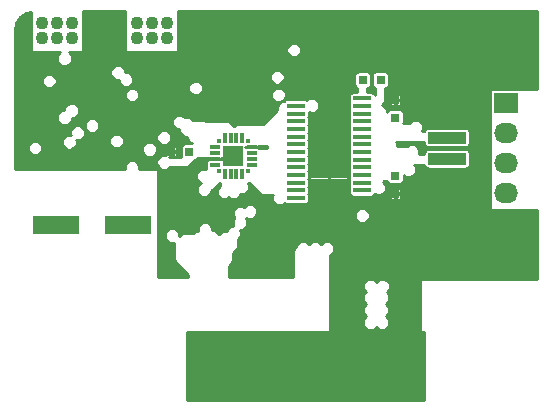
<source format=gbr>
G04 #@! TF.FileFunction,Soldermask,Bot*
%FSLAX46Y46*%
G04 Gerber Fmt 4.6, Leading zero omitted, Abs format (unit mm)*
G04 Created by KiCad (PCBNEW 4.0.3+e1-6302~38~ubuntu14.04.1-stable) date Wed Sep  7 14:23:00 2016*
%MOMM*%
%LPD*%
G01*
G04 APERTURE LIST*
%ADD10C,0.100000*%
%ADD11R,1.550000X0.350000*%
%ADD12R,3.100000X5.180000*%
%ADD13C,0.600000*%
%ADD14R,0.750000X0.800000*%
%ADD15C,0.650240*%
%ADD16R,0.650240X4.599940*%
%ADD17R,0.650240X3.599180*%
%ADD18R,0.800000X0.750000*%
%ADD19R,3.200000X1.000000*%
%ADD20R,2.032000X1.727200*%
%ADD21O,2.032000X1.727200*%
%ADD22R,0.350000X0.350000*%
%ADD23R,0.900000X0.300000*%
%ADD24R,0.300000X0.900000*%
%ADD25R,1.800000X1.800000*%
%ADD26R,4.000500X1.600200*%
%ADD27C,1.100000*%
%ADD28C,0.254000*%
G04 APERTURE END LIST*
D10*
D11*
X154800000Y-77775000D03*
X154800000Y-78425000D03*
X154800000Y-79075000D03*
X154800000Y-79725000D03*
X154800000Y-80375000D03*
X154800000Y-81025000D03*
X154800000Y-81675000D03*
X154800000Y-82325000D03*
X154800000Y-82975000D03*
X154800000Y-83625000D03*
X154800000Y-84275000D03*
X154800000Y-84925000D03*
X154800000Y-85575000D03*
X154800000Y-86225000D03*
X149200000Y-86225000D03*
X149200000Y-85575000D03*
X149200000Y-84925000D03*
X149200000Y-84275000D03*
X149200000Y-83625000D03*
X149200000Y-82975000D03*
X149200000Y-82325000D03*
X149200000Y-81675000D03*
X149200000Y-81025000D03*
X149200000Y-80375000D03*
X149200000Y-79725000D03*
X149200000Y-79075000D03*
X149200000Y-78425000D03*
X149200000Y-77775000D03*
D12*
X152000000Y-82000000D03*
D13*
X152000000Y-83000000D03*
X152000000Y-81000000D03*
X153000000Y-84000000D03*
X151000000Y-84000000D03*
X153000000Y-82000000D03*
X151000000Y-82000000D03*
X153000000Y-80000000D03*
X151000000Y-80000000D03*
D14*
X157625000Y-84350000D03*
X157625000Y-85850000D03*
D15*
X140500400Y-102301240D03*
D16*
X159499600Y-100000000D03*
X158498840Y-100000000D03*
X157500620Y-100000000D03*
X156499860Y-100000000D03*
X155499100Y-100000000D03*
X154500880Y-100000000D03*
X153500120Y-100000000D03*
X152499360Y-100000000D03*
X151501140Y-100000000D03*
X150500380Y-100000000D03*
X149499620Y-100000000D03*
X144500900Y-100000000D03*
X143500140Y-100000000D03*
X142499380Y-100000000D03*
D17*
X141501160Y-99499620D03*
D16*
X140500400Y-100000000D03*
X146499880Y-100000000D03*
X145499120Y-100000000D03*
D15*
X157500620Y-102301240D03*
X156499860Y-102301240D03*
X155499100Y-102301240D03*
X154500880Y-102301240D03*
X153500120Y-102301240D03*
X152499360Y-102301240D03*
X151501140Y-102301240D03*
X150500380Y-102301240D03*
X149499620Y-102301240D03*
X159499600Y-102301240D03*
X146499880Y-102301240D03*
X145499120Y-102301240D03*
X144500900Y-102301240D03*
X143500140Y-102301240D03*
X142499380Y-102301240D03*
X158498840Y-102301240D03*
D18*
X140175000Y-82300000D03*
X138675000Y-82300000D03*
D14*
X157625000Y-79425000D03*
X157625000Y-77925000D03*
D18*
X156375000Y-76200000D03*
X154875000Y-76200000D03*
D19*
X162000000Y-82900000D03*
X162000000Y-89100000D03*
X162000000Y-81100000D03*
X162000000Y-74900000D03*
D20*
X167000000Y-78190000D03*
D21*
X167000000Y-80730000D03*
X167000000Y-83270000D03*
X167000000Y-85810000D03*
D22*
X142675000Y-83900000D03*
D23*
X142375000Y-83400000D03*
X142375000Y-82900000D03*
X142375000Y-82400000D03*
X142375000Y-81900000D03*
D22*
X142675000Y-81400000D03*
D24*
X143175000Y-81100000D03*
X143675000Y-81100000D03*
X144175000Y-81100000D03*
X144675000Y-81100000D03*
D22*
X145175000Y-81400000D03*
D23*
X145475000Y-81900000D03*
X145475000Y-82400000D03*
X145475000Y-82900000D03*
X145475000Y-83400000D03*
D22*
X145175000Y-83900000D03*
D24*
X144675000Y-84200000D03*
X144175000Y-84200000D03*
X143675000Y-84200000D03*
X143175000Y-84200000D03*
D25*
X143925000Y-82650000D03*
D13*
X143425000Y-83150000D03*
X144425000Y-82150000D03*
D26*
X134975540Y-88500000D03*
X128874460Y-88500000D03*
D27*
X138270000Y-72635000D03*
X138270000Y-71365000D03*
X137000000Y-72635000D03*
X137000000Y-71365000D03*
X135730000Y-72635000D03*
X135730000Y-71365000D03*
X130270000Y-72635000D03*
X130270000Y-71365000D03*
X129000000Y-72635000D03*
X129000000Y-71365000D03*
X127730000Y-72635000D03*
X127730000Y-71365000D03*
D28*
G36*
X160023000Y-103298000D02*
X139977000Y-103298000D01*
X139977000Y-97602000D01*
X160023000Y-97602000D01*
X160023000Y-103298000D01*
X160023000Y-103298000D01*
G37*
X160023000Y-103298000D02*
X139977000Y-103298000D01*
X139977000Y-97602000D01*
X160023000Y-97602000D01*
X160023000Y-103298000D01*
G36*
X134775000Y-73800000D02*
X134781839Y-73836346D01*
X134803319Y-73869727D01*
X134836094Y-73892121D01*
X134875000Y-73900000D01*
X139125000Y-73900000D01*
X139161346Y-73893161D01*
X139194727Y-73871681D01*
X139217121Y-73838906D01*
X139220385Y-73822785D01*
X148404892Y-73822785D01*
X148499083Y-74050743D01*
X148673339Y-74225304D01*
X148901133Y-74319893D01*
X149147785Y-74320108D01*
X149375743Y-74225917D01*
X149550304Y-74051661D01*
X149644893Y-73823867D01*
X149645108Y-73577215D01*
X149550917Y-73349257D01*
X149376661Y-73174696D01*
X149148867Y-73080107D01*
X148902215Y-73079892D01*
X148674257Y-73174083D01*
X148499696Y-73348339D01*
X148405107Y-73576133D01*
X148404892Y-73822785D01*
X139220385Y-73822785D01*
X139225000Y-73800000D01*
X139225000Y-70395000D01*
X169561098Y-70395000D01*
X169597716Y-70402284D01*
X169605000Y-70438903D01*
X169605000Y-76979843D01*
X165725769Y-76950003D01*
X165686804Y-76957582D01*
X165653858Y-76979724D01*
X165632121Y-77012939D01*
X165625000Y-77050000D01*
X165625000Y-87100000D01*
X165632879Y-87138906D01*
X165655273Y-87171681D01*
X165688654Y-87193161D01*
X165725000Y-87200000D01*
X169605000Y-87200000D01*
X169605000Y-93061097D01*
X169597716Y-93097716D01*
X169586234Y-93100000D01*
X159800000Y-93100000D01*
X159761094Y-93107879D01*
X159728319Y-93130273D01*
X159706839Y-93163654D01*
X159700000Y-93200000D01*
X159700000Y-102200000D01*
X152152529Y-102200000D01*
X152152529Y-97700030D01*
X152130216Y-97581445D01*
X152071140Y-97489639D01*
X152071140Y-93822785D01*
X154904892Y-93822785D01*
X154999083Y-94050743D01*
X155123187Y-94175064D01*
X154999696Y-94298339D01*
X154905107Y-94526133D01*
X154904892Y-94772785D01*
X154999083Y-95000743D01*
X155173187Y-95175151D01*
X154999696Y-95348339D01*
X154905107Y-95576133D01*
X154904892Y-95822785D01*
X154999083Y-96050743D01*
X155173187Y-96225151D01*
X154999696Y-96398339D01*
X154905107Y-96626133D01*
X154904892Y-96872785D01*
X154999083Y-97100743D01*
X155173339Y-97275304D01*
X155401133Y-97369893D01*
X155647785Y-97370108D01*
X155875743Y-97275917D01*
X156000064Y-97151813D01*
X156123339Y-97275304D01*
X156351133Y-97369893D01*
X156597785Y-97370108D01*
X156825743Y-97275917D01*
X157000304Y-97101661D01*
X157094893Y-96873867D01*
X157095108Y-96627215D01*
X157000917Y-96399257D01*
X156826813Y-96224849D01*
X157000304Y-96051661D01*
X157094893Y-95823867D01*
X157095108Y-95577215D01*
X157000917Y-95349257D01*
X156826813Y-95174849D01*
X157000304Y-95001661D01*
X157094893Y-94773867D01*
X157095108Y-94527215D01*
X157000917Y-94299257D01*
X156901770Y-94199936D01*
X157050304Y-94051661D01*
X157144893Y-93823867D01*
X157145108Y-93577215D01*
X157050917Y-93349257D01*
X156876661Y-93174696D01*
X156648867Y-93080107D01*
X156402215Y-93079892D01*
X156174257Y-93174083D01*
X156024892Y-93323187D01*
X155876661Y-93174696D01*
X155648867Y-93080107D01*
X155402215Y-93079892D01*
X155174257Y-93174083D01*
X154999696Y-93348339D01*
X154905107Y-93576133D01*
X154904892Y-93822785D01*
X152071140Y-93822785D01*
X152071140Y-91069138D01*
X152175743Y-91025917D01*
X152350304Y-90851661D01*
X152444893Y-90623867D01*
X152445108Y-90377215D01*
X152350917Y-90149257D01*
X152176661Y-89974696D01*
X151948867Y-89880107D01*
X151702215Y-89879892D01*
X151474257Y-89974083D01*
X151324892Y-90123187D01*
X151176661Y-89974696D01*
X150948867Y-89880107D01*
X150702215Y-89879892D01*
X150474257Y-89974083D01*
X150324892Y-90123187D01*
X150176661Y-89974696D01*
X149948867Y-89880107D01*
X149702215Y-89879892D01*
X149474257Y-89974083D01*
X149299696Y-90148339D01*
X149249376Y-90269522D01*
X149096569Y-90422329D01*
X148973009Y-90607250D01*
X148929620Y-90825380D01*
X148929620Y-92900000D01*
X143545000Y-92900000D01*
X143545000Y-91973970D01*
X143721985Y-91796985D01*
X143813029Y-91660727D01*
X143845000Y-91500000D01*
X143845000Y-90873970D01*
X144221985Y-90496985D01*
X144313029Y-90360727D01*
X144345000Y-90200000D01*
X144345000Y-89656781D01*
X144450304Y-89551661D01*
X144544893Y-89323867D01*
X144545044Y-89150000D01*
X160300000Y-89150000D01*
X160300000Y-89619891D01*
X160315224Y-89656645D01*
X160343354Y-89684776D01*
X160380109Y-89700000D01*
X161950000Y-89700000D01*
X161975000Y-89675000D01*
X161975000Y-89125000D01*
X162025000Y-89125000D01*
X162025000Y-89675000D01*
X162050000Y-89700000D01*
X163619891Y-89700000D01*
X163656646Y-89684776D01*
X163684776Y-89656645D01*
X163700000Y-89619891D01*
X163700000Y-89150000D01*
X163675000Y-89125000D01*
X162025000Y-89125000D01*
X161975000Y-89125000D01*
X160325000Y-89125000D01*
X160300000Y-89150000D01*
X144545044Y-89150000D01*
X144545108Y-89077215D01*
X144480150Y-88920005D01*
X144597785Y-88920108D01*
X144825743Y-88825917D01*
X145000304Y-88651661D01*
X145030015Y-88580109D01*
X160300000Y-88580109D01*
X160300000Y-89050000D01*
X160325000Y-89075000D01*
X161975000Y-89075000D01*
X161975000Y-88525000D01*
X162025000Y-88525000D01*
X162025000Y-89075000D01*
X163675000Y-89075000D01*
X163700000Y-89050000D01*
X163700000Y-88580109D01*
X163684776Y-88543355D01*
X163656646Y-88515224D01*
X163619891Y-88500000D01*
X162050000Y-88500000D01*
X162025000Y-88525000D01*
X161975000Y-88525000D01*
X161950000Y-88500000D01*
X160380109Y-88500000D01*
X160343354Y-88515224D01*
X160315224Y-88543355D01*
X160300000Y-88580109D01*
X145030015Y-88580109D01*
X145094893Y-88423867D01*
X145095108Y-88177215D01*
X145000917Y-87949257D01*
X144951813Y-87900067D01*
X144975656Y-87876266D01*
X145201133Y-87969893D01*
X145447785Y-87970108D01*
X145675743Y-87875917D01*
X145728967Y-87822785D01*
X154204892Y-87822785D01*
X154299083Y-88050743D01*
X154473339Y-88225304D01*
X154701133Y-88319893D01*
X154947785Y-88320108D01*
X155175743Y-88225917D01*
X155350304Y-88051661D01*
X155444893Y-87823867D01*
X155445108Y-87577215D01*
X155350917Y-87349257D01*
X155176661Y-87174696D01*
X154948867Y-87080107D01*
X154702215Y-87079892D01*
X154474257Y-87174083D01*
X154299696Y-87348339D01*
X154205107Y-87576133D01*
X154204892Y-87822785D01*
X145728967Y-87822785D01*
X145850304Y-87701661D01*
X145944893Y-87473867D01*
X145945108Y-87227215D01*
X145850917Y-86999257D01*
X145676661Y-86824696D01*
X145448867Y-86730107D01*
X145202215Y-86729892D01*
X144974257Y-86824083D01*
X144824344Y-86973734D01*
X144598867Y-86880107D01*
X144352215Y-86879892D01*
X144124257Y-86974083D01*
X143949696Y-87148339D01*
X143855107Y-87376133D01*
X143854892Y-87622785D01*
X143949083Y-87850743D01*
X143998187Y-87899933D01*
X143949696Y-87948339D01*
X143855107Y-88176133D01*
X143854892Y-88422785D01*
X143919850Y-88579995D01*
X143802215Y-88579892D01*
X143574257Y-88674083D01*
X143399696Y-88848339D01*
X143344982Y-88980104D01*
X143102215Y-88979892D01*
X142874257Y-89074083D01*
X142699696Y-89248339D01*
X142685412Y-89282740D01*
X142650917Y-89199257D01*
X142476661Y-89024696D01*
X142248867Y-88930107D01*
X142144975Y-88930016D01*
X142145108Y-88777215D01*
X142050917Y-88549257D01*
X141876661Y-88374696D01*
X141648867Y-88280107D01*
X141402215Y-88279892D01*
X141174257Y-88374083D01*
X140999696Y-88548339D01*
X140905107Y-88776133D01*
X140904929Y-88979982D01*
X140802215Y-88979892D01*
X140574257Y-89074083D01*
X140468155Y-89180000D01*
X139775000Y-89180000D01*
X139614273Y-89211971D01*
X139478015Y-89303015D01*
X139344970Y-89436060D01*
X139345108Y-89277215D01*
X139250917Y-89049257D01*
X139076661Y-88874696D01*
X138848867Y-88780107D01*
X138602215Y-88779892D01*
X138374257Y-88874083D01*
X138199696Y-89048339D01*
X138105107Y-89276133D01*
X138104892Y-89522785D01*
X138199083Y-89750743D01*
X138373339Y-89925304D01*
X138601133Y-90019893D01*
X138847785Y-90020108D01*
X138916602Y-89991673D01*
X138905000Y-90050000D01*
X138905000Y-91400000D01*
X138936971Y-91560727D01*
X139028015Y-91696985D01*
X140080400Y-92749370D01*
X140080400Y-92900000D01*
X137525000Y-92900000D01*
X137525000Y-83900000D01*
X137517121Y-83861094D01*
X137494727Y-83828319D01*
X137461346Y-83806839D01*
X137425000Y-83800000D01*
X135913280Y-83800000D01*
X135944893Y-83723867D01*
X135945108Y-83477215D01*
X135881299Y-83322785D01*
X137404892Y-83322785D01*
X137499083Y-83550743D01*
X137673339Y-83725304D01*
X137901133Y-83819893D01*
X138147785Y-83820108D01*
X138375743Y-83725917D01*
X138481845Y-83620000D01*
X139825000Y-83620000D01*
X139985727Y-83588029D01*
X140121985Y-83496985D01*
X140471985Y-83146985D01*
X140563029Y-83010727D01*
X140564910Y-83001269D01*
X140575000Y-83001269D01*
X140693585Y-82978956D01*
X140802498Y-82908872D01*
X140863222Y-82820000D01*
X141753331Y-82820000D01*
X141798063Y-82850564D01*
X141832547Y-82857547D01*
X141850000Y-82875000D01*
X141918733Y-82875000D01*
X141925000Y-82876269D01*
X142825000Y-82876269D01*
X142831744Y-82875000D01*
X142900000Y-82875000D01*
X142915820Y-82859180D01*
X142925000Y-82857453D01*
X142925000Y-82943981D01*
X142917453Y-82942453D01*
X142900000Y-82925000D01*
X142831267Y-82925000D01*
X142825000Y-82923731D01*
X141925000Y-82923731D01*
X141918256Y-82925000D01*
X141850000Y-82925000D01*
X141834180Y-82940820D01*
X141806415Y-82946044D01*
X141697502Y-83016128D01*
X141624436Y-83123063D01*
X141598731Y-83250000D01*
X141598731Y-83550000D01*
X141616283Y-83643280D01*
X141605000Y-83700000D01*
X141605000Y-83774178D01*
X141498867Y-83730107D01*
X141252215Y-83729892D01*
X141024257Y-83824083D01*
X140849696Y-83998339D01*
X140755107Y-84226133D01*
X140754892Y-84472785D01*
X140849083Y-84700743D01*
X141023339Y-84875304D01*
X141167971Y-84935361D01*
X141074257Y-84974083D01*
X140899696Y-85148339D01*
X140805107Y-85376133D01*
X140804892Y-85622785D01*
X140899083Y-85850743D01*
X141073339Y-86025304D01*
X141301133Y-86119893D01*
X141547785Y-86120108D01*
X141775743Y-86025917D01*
X141950304Y-85851661D01*
X142044744Y-85624226D01*
X142755000Y-84913970D01*
X142755000Y-85193306D01*
X142599696Y-85348339D01*
X142505107Y-85576133D01*
X142504892Y-85822785D01*
X142599083Y-86050743D01*
X142773339Y-86225304D01*
X143001133Y-86319893D01*
X143247785Y-86320108D01*
X143475743Y-86225917D01*
X143524933Y-86176813D01*
X143573339Y-86225304D01*
X143801133Y-86319893D01*
X144047785Y-86320108D01*
X144275743Y-86225917D01*
X144450304Y-86051661D01*
X144505018Y-85919896D01*
X144747785Y-85920108D01*
X144975743Y-85825917D01*
X145150304Y-85651661D01*
X145244893Y-85423867D01*
X145245108Y-85177215D01*
X145150917Y-84949257D01*
X145146667Y-84945000D01*
X145276030Y-84945000D01*
X146203015Y-85871985D01*
X146339273Y-85963029D01*
X146500000Y-85995000D01*
X147238797Y-85995000D01*
X147205107Y-86076133D01*
X147204892Y-86322785D01*
X147299083Y-86550743D01*
X147473339Y-86725304D01*
X147701133Y-86819893D01*
X147947785Y-86820108D01*
X148175743Y-86725917D01*
X148240524Y-86661249D01*
X148298063Y-86700564D01*
X148425000Y-86726269D01*
X149975000Y-86726269D01*
X150093585Y-86703956D01*
X150202498Y-86633872D01*
X150275564Y-86526937D01*
X150301269Y-86400000D01*
X150301269Y-86275000D01*
X153925000Y-86275000D01*
X153925000Y-86419891D01*
X153940224Y-86456646D01*
X153968355Y-86484776D01*
X154005109Y-86500000D01*
X154750000Y-86500000D01*
X154775000Y-86475000D01*
X154775000Y-86250000D01*
X154825000Y-86250000D01*
X154825000Y-86475000D01*
X154850000Y-86500000D01*
X155594891Y-86500000D01*
X155631645Y-86484776D01*
X155659776Y-86456646D01*
X155675000Y-86419891D01*
X155675000Y-86275000D01*
X155650000Y-86250000D01*
X154825000Y-86250000D01*
X154775000Y-86250000D01*
X153950000Y-86250000D01*
X153925000Y-86275000D01*
X150301269Y-86275000D01*
X150301269Y-86050000D01*
X150278956Y-85931415D01*
X150259257Y-85900803D01*
X150275564Y-85876937D01*
X150301269Y-85750000D01*
X150301269Y-85400000D01*
X150278956Y-85281415D01*
X150259257Y-85250803D01*
X150275564Y-85226937D01*
X150301269Y-85100000D01*
X150301269Y-84750000D01*
X150278956Y-84631415D01*
X150259257Y-84600803D01*
X150275564Y-84576937D01*
X150301269Y-84450000D01*
X150301269Y-84100000D01*
X150278956Y-83981415D01*
X150259257Y-83950803D01*
X150275564Y-83926937D01*
X150301269Y-83800000D01*
X150301269Y-83450000D01*
X150278956Y-83331415D01*
X150259257Y-83300803D01*
X150275564Y-83276937D01*
X150301269Y-83150000D01*
X150301269Y-82800000D01*
X150278956Y-82681415D01*
X150259257Y-82650803D01*
X150275564Y-82626937D01*
X150301269Y-82500000D01*
X150301269Y-82150000D01*
X150278956Y-82031415D01*
X150259257Y-82000803D01*
X150275564Y-81976937D01*
X150301269Y-81850000D01*
X150301269Y-81500000D01*
X150278956Y-81381415D01*
X150259257Y-81350803D01*
X150275564Y-81326937D01*
X150301269Y-81200000D01*
X150301269Y-80850000D01*
X150278956Y-80731415D01*
X150259257Y-80700803D01*
X150275564Y-80676937D01*
X150301269Y-80550000D01*
X150301269Y-80200000D01*
X150278956Y-80081415D01*
X150259257Y-80050803D01*
X150275564Y-80026937D01*
X150301269Y-79900000D01*
X150301269Y-79550000D01*
X150278956Y-79431415D01*
X150259257Y-79400803D01*
X150266563Y-79390109D01*
X150350000Y-79390109D01*
X150350000Y-81950000D01*
X150375000Y-81975000D01*
X150599352Y-81975000D01*
X150600455Y-82025000D01*
X150375000Y-82025000D01*
X150350000Y-82050000D01*
X150350000Y-84609891D01*
X150365224Y-84646646D01*
X150393355Y-84674776D01*
X150430109Y-84690000D01*
X151950000Y-84690000D01*
X151975000Y-84665000D01*
X151975000Y-83400648D01*
X152025000Y-83399545D01*
X152025000Y-84665000D01*
X152050000Y-84690000D01*
X153569891Y-84690000D01*
X153606645Y-84674776D01*
X153634776Y-84646646D01*
X153650000Y-84609891D01*
X153650000Y-82050000D01*
X153625000Y-82025000D01*
X153400648Y-82025000D01*
X153399545Y-81975000D01*
X153625000Y-81975000D01*
X153650000Y-81950000D01*
X153650000Y-79390109D01*
X153634776Y-79353354D01*
X153606645Y-79325224D01*
X153569891Y-79310000D01*
X152050000Y-79310000D01*
X152025000Y-79335000D01*
X152025000Y-80599352D01*
X151975000Y-80600455D01*
X151975000Y-79335000D01*
X151950000Y-79310000D01*
X150430109Y-79310000D01*
X150393355Y-79325224D01*
X150365224Y-79353354D01*
X150350000Y-79390109D01*
X150266563Y-79390109D01*
X150275564Y-79376937D01*
X150301269Y-79250000D01*
X150301269Y-78978426D01*
X150401133Y-79019893D01*
X150647785Y-79020108D01*
X150875743Y-78925917D01*
X151050304Y-78751661D01*
X151144893Y-78523867D01*
X151145108Y-78277215D01*
X151050917Y-78049257D01*
X150876661Y-77874696D01*
X150648867Y-77780107D01*
X150402215Y-77779892D01*
X150174257Y-77874083D01*
X150099306Y-77948903D01*
X150075000Y-77943981D01*
X150075000Y-77825000D01*
X150050000Y-77800000D01*
X149225000Y-77800000D01*
X149225000Y-77820000D01*
X149175000Y-77820000D01*
X149175000Y-77800000D01*
X148350000Y-77800000D01*
X148325000Y-77825000D01*
X148325000Y-77942547D01*
X148306415Y-77946044D01*
X148214795Y-78005000D01*
X148200000Y-78005000D01*
X148058011Y-78033244D01*
X148075743Y-78025917D01*
X148250304Y-77851661D01*
X148325000Y-77671774D01*
X148325000Y-77725000D01*
X148350000Y-77750000D01*
X149175000Y-77750000D01*
X149175000Y-77525000D01*
X149225000Y-77525000D01*
X149225000Y-77750000D01*
X150050000Y-77750000D01*
X150075000Y-77725000D01*
X150075000Y-77600000D01*
X153698731Y-77600000D01*
X153698731Y-77950000D01*
X153721044Y-78068585D01*
X153740743Y-78099197D01*
X153724436Y-78123063D01*
X153698731Y-78250000D01*
X153698731Y-78600000D01*
X153721044Y-78718585D01*
X153740743Y-78749197D01*
X153724436Y-78773063D01*
X153698731Y-78900000D01*
X153698731Y-79250000D01*
X153721044Y-79368585D01*
X153740743Y-79399197D01*
X153724436Y-79423063D01*
X153698731Y-79550000D01*
X153698731Y-79900000D01*
X153721044Y-80018585D01*
X153740743Y-80049197D01*
X153724436Y-80073063D01*
X153698731Y-80200000D01*
X153698731Y-80550000D01*
X153721044Y-80668585D01*
X153740743Y-80699197D01*
X153724436Y-80723063D01*
X153698731Y-80850000D01*
X153698731Y-81200000D01*
X153721044Y-81318585D01*
X153740743Y-81349197D01*
X153724436Y-81373063D01*
X153698731Y-81500000D01*
X153698731Y-81850000D01*
X153721044Y-81968585D01*
X153740743Y-81999197D01*
X153724436Y-82023063D01*
X153698731Y-82150000D01*
X153698731Y-82500000D01*
X153721044Y-82618585D01*
X153740743Y-82649197D01*
X153724436Y-82673063D01*
X153698731Y-82800000D01*
X153698731Y-83150000D01*
X153721044Y-83268585D01*
X153740743Y-83299197D01*
X153724436Y-83323063D01*
X153698731Y-83450000D01*
X153698731Y-83800000D01*
X153721044Y-83918585D01*
X153740743Y-83949197D01*
X153724436Y-83973063D01*
X153698731Y-84100000D01*
X153698731Y-84450000D01*
X153721044Y-84568585D01*
X153740743Y-84599197D01*
X153724436Y-84623063D01*
X153698731Y-84750000D01*
X153698731Y-85100000D01*
X153721044Y-85218585D01*
X153740743Y-85249197D01*
X153724436Y-85273063D01*
X153698731Y-85400000D01*
X153698731Y-85750000D01*
X153721044Y-85868585D01*
X153791128Y-85977498D01*
X153898063Y-86050564D01*
X153925000Y-86056019D01*
X153925000Y-86175000D01*
X153950000Y-86200000D01*
X154775000Y-86200000D01*
X154775000Y-86180000D01*
X154825000Y-86180000D01*
X154825000Y-86200000D01*
X155650000Y-86200000D01*
X155675000Y-86175000D01*
X155675000Y-86057453D01*
X155693585Y-86053956D01*
X155802498Y-85983872D01*
X155875564Y-85876937D01*
X155875696Y-85876283D01*
X156101133Y-85969893D01*
X156347785Y-85970108D01*
X156517458Y-85900000D01*
X157150000Y-85900000D01*
X157150000Y-86269891D01*
X157165224Y-86306645D01*
X157193354Y-86334776D01*
X157230109Y-86350000D01*
X157575000Y-86350000D01*
X157600000Y-86325000D01*
X157600000Y-85875000D01*
X157650000Y-85875000D01*
X157650000Y-86325000D01*
X157675000Y-86350000D01*
X158019891Y-86350000D01*
X158056646Y-86334776D01*
X158084776Y-86306645D01*
X158100000Y-86269891D01*
X158100000Y-85900000D01*
X158075000Y-85875000D01*
X157650000Y-85875000D01*
X157600000Y-85875000D01*
X157175000Y-85875000D01*
X157150000Y-85900000D01*
X156517458Y-85900000D01*
X156575743Y-85875917D01*
X156750304Y-85701661D01*
X156844893Y-85473867D01*
X156844931Y-85430109D01*
X157150000Y-85430109D01*
X157150000Y-85800000D01*
X157175000Y-85825000D01*
X157600000Y-85825000D01*
X157600000Y-85375000D01*
X157650000Y-85375000D01*
X157650000Y-85825000D01*
X158075000Y-85825000D01*
X158100000Y-85800000D01*
X158100000Y-85430109D01*
X158084776Y-85393355D01*
X158056646Y-85365224D01*
X158019891Y-85350000D01*
X157675000Y-85350000D01*
X157650000Y-85375000D01*
X157600000Y-85375000D01*
X157575000Y-85350000D01*
X157230109Y-85350000D01*
X157193354Y-85365224D01*
X157165224Y-85393355D01*
X157150000Y-85430109D01*
X156844931Y-85430109D01*
X156845108Y-85227215D01*
X156750917Y-84999257D01*
X156596090Y-84844159D01*
X156654559Y-84820000D01*
X156936902Y-84820000D01*
X156946044Y-84868585D01*
X157016128Y-84977498D01*
X157123063Y-85050564D01*
X157250000Y-85076269D01*
X158000000Y-85076269D01*
X158118585Y-85053956D01*
X158227498Y-84983872D01*
X158300564Y-84876937D01*
X158326269Y-84750000D01*
X158326269Y-84278152D01*
X158373339Y-84325304D01*
X158601133Y-84419893D01*
X158847785Y-84420108D01*
X159075743Y-84325917D01*
X159250304Y-84151661D01*
X159344893Y-83923867D01*
X159345108Y-83677215D01*
X159250917Y-83449257D01*
X159246667Y-83445000D01*
X160082198Y-83445000D01*
X160096044Y-83518585D01*
X160166128Y-83627498D01*
X160273063Y-83700564D01*
X160400000Y-83726269D01*
X163600000Y-83726269D01*
X163718585Y-83703956D01*
X163827498Y-83633872D01*
X163900564Y-83526937D01*
X163926269Y-83400000D01*
X163926269Y-82400000D01*
X163903956Y-82281415D01*
X163833872Y-82172502D01*
X163726937Y-82099436D01*
X163600000Y-82073731D01*
X160400000Y-82073731D01*
X160281415Y-82096044D01*
X160172502Y-82166128D01*
X160099436Y-82273063D01*
X160073731Y-82400000D01*
X160073731Y-82505000D01*
X159611203Y-82505000D01*
X159644893Y-82423867D01*
X159645108Y-82177215D01*
X159550917Y-81949257D01*
X159376661Y-81774696D01*
X159148867Y-81680107D01*
X158902215Y-81679892D01*
X158674257Y-81774083D01*
X158593198Y-81855000D01*
X157731965Y-81855000D01*
X157744893Y-81823867D01*
X157745108Y-81577215D01*
X157711137Y-81495000D01*
X160073731Y-81495000D01*
X160073731Y-81600000D01*
X160096044Y-81718585D01*
X160166128Y-81827498D01*
X160273063Y-81900564D01*
X160400000Y-81926269D01*
X163600000Y-81926269D01*
X163718585Y-81903956D01*
X163827498Y-81833872D01*
X163900564Y-81726937D01*
X163926269Y-81600000D01*
X163926269Y-80600000D01*
X163903956Y-80481415D01*
X163833872Y-80372502D01*
X163726937Y-80299436D01*
X163600000Y-80273731D01*
X160400000Y-80273731D01*
X160281415Y-80296044D01*
X160172502Y-80366128D01*
X160099436Y-80473063D01*
X160082844Y-80555000D01*
X159846959Y-80555000D01*
X159850304Y-80551661D01*
X159944893Y-80323867D01*
X159945108Y-80077215D01*
X159850917Y-79849257D01*
X159676661Y-79674696D01*
X159448867Y-79580107D01*
X159202215Y-79579892D01*
X158974257Y-79674083D01*
X158799696Y-79848339D01*
X158776168Y-79905000D01*
X158310069Y-79905000D01*
X158326269Y-79825000D01*
X158326269Y-79025000D01*
X158303956Y-78906415D01*
X158233872Y-78797502D01*
X158126937Y-78724436D01*
X158000000Y-78698731D01*
X157250000Y-78698731D01*
X157131415Y-78721044D01*
X157022502Y-78791128D01*
X156949436Y-78898063D01*
X156945027Y-78919834D01*
X156945108Y-78827215D01*
X156850917Y-78599257D01*
X156676661Y-78424696D01*
X156512458Y-78356512D01*
X156596985Y-78271985D01*
X156688029Y-78135727D01*
X156720000Y-77975000D01*
X157150000Y-77975000D01*
X157150000Y-78344891D01*
X157165224Y-78381645D01*
X157193354Y-78409776D01*
X157230109Y-78425000D01*
X157575000Y-78425000D01*
X157600000Y-78400000D01*
X157600000Y-77950000D01*
X157650000Y-77950000D01*
X157650000Y-78400000D01*
X157675000Y-78425000D01*
X158019891Y-78425000D01*
X158056646Y-78409776D01*
X158084776Y-78381645D01*
X158100000Y-78344891D01*
X158100000Y-77975000D01*
X158075000Y-77950000D01*
X157650000Y-77950000D01*
X157600000Y-77950000D01*
X157175000Y-77950000D01*
X157150000Y-77975000D01*
X156720000Y-77975000D01*
X156720000Y-77505109D01*
X157150000Y-77505109D01*
X157150000Y-77875000D01*
X157175000Y-77900000D01*
X157600000Y-77900000D01*
X157600000Y-77450000D01*
X157650000Y-77450000D01*
X157650000Y-77900000D01*
X158075000Y-77900000D01*
X158100000Y-77875000D01*
X158100000Y-77505109D01*
X158084776Y-77468355D01*
X158056646Y-77440224D01*
X158019891Y-77425000D01*
X157675000Y-77425000D01*
X157650000Y-77450000D01*
X157600000Y-77450000D01*
X157575000Y-77425000D01*
X157230109Y-77425000D01*
X157193354Y-77440224D01*
X157165224Y-77468355D01*
X157150000Y-77505109D01*
X156720000Y-77505109D01*
X156720000Y-76901269D01*
X156775000Y-76901269D01*
X156893585Y-76878956D01*
X157002498Y-76808872D01*
X157075564Y-76701937D01*
X157101269Y-76575000D01*
X157101269Y-75825000D01*
X157078956Y-75706415D01*
X157008872Y-75597502D01*
X156901937Y-75524436D01*
X156775000Y-75498731D01*
X155975000Y-75498731D01*
X155856415Y-75521044D01*
X155747502Y-75591128D01*
X155674436Y-75698063D01*
X155648731Y-75825000D01*
X155648731Y-76575000D01*
X155671044Y-76693585D01*
X155741128Y-76802498D01*
X155848063Y-76875564D01*
X155880000Y-76882031D01*
X155880000Y-77486963D01*
X155878956Y-77481415D01*
X155808872Y-77372502D01*
X155701937Y-77299436D01*
X155575000Y-77273731D01*
X155220000Y-77273731D01*
X155220000Y-76901269D01*
X155275000Y-76901269D01*
X155393585Y-76878956D01*
X155502498Y-76808872D01*
X155575564Y-76701937D01*
X155601269Y-76575000D01*
X155601269Y-75825000D01*
X155578956Y-75706415D01*
X155508872Y-75597502D01*
X155401937Y-75524436D01*
X155275000Y-75498731D01*
X154475000Y-75498731D01*
X154356415Y-75521044D01*
X154247502Y-75591128D01*
X154174436Y-75698063D01*
X154148731Y-75825000D01*
X154148731Y-76575000D01*
X154171044Y-76693585D01*
X154241128Y-76802498D01*
X154348063Y-76875564D01*
X154380000Y-76882031D01*
X154380000Y-77273731D01*
X154025000Y-77273731D01*
X153906415Y-77296044D01*
X153797502Y-77366128D01*
X153724436Y-77473063D01*
X153698731Y-77600000D01*
X150075000Y-77600000D01*
X150075000Y-77580109D01*
X150059776Y-77543354D01*
X150031645Y-77515224D01*
X149994891Y-77500000D01*
X149250000Y-77500000D01*
X149225000Y-77525000D01*
X149175000Y-77525000D01*
X149150000Y-77500000D01*
X148405109Y-77500000D01*
X148368355Y-77515224D01*
X148344967Y-77538611D01*
X148345108Y-77377215D01*
X148250917Y-77149257D01*
X148076661Y-76974696D01*
X147848867Y-76880107D01*
X147602215Y-76879892D01*
X147374257Y-76974083D01*
X147199696Y-77148339D01*
X147105107Y-77376133D01*
X147104892Y-77622785D01*
X147199083Y-77850743D01*
X147373339Y-78025304D01*
X147601133Y-78119893D01*
X147847785Y-78120108D01*
X148023526Y-78047493D01*
X147903015Y-78128015D01*
X147703015Y-78328015D01*
X147611971Y-78464273D01*
X147580000Y-78625000D01*
X147580000Y-78806052D01*
X146456052Y-79930000D01*
X144375000Y-79930000D01*
X144214273Y-79961971D01*
X144078015Y-80053015D01*
X143974400Y-80156630D01*
X143971985Y-80153015D01*
X143621985Y-79803015D01*
X143485727Y-79711971D01*
X143325000Y-79680000D01*
X141587540Y-79680000D01*
X141485727Y-79611971D01*
X141325000Y-79580000D01*
X140498970Y-79580000D01*
X140421985Y-79503015D01*
X140285727Y-79411971D01*
X140125000Y-79380000D01*
X139781781Y-79380000D01*
X139676661Y-79274696D01*
X139448867Y-79180107D01*
X139202215Y-79179892D01*
X138974257Y-79274083D01*
X138799696Y-79448339D01*
X138705107Y-79676133D01*
X138704892Y-79922785D01*
X138799083Y-80150743D01*
X138973339Y-80325304D01*
X139201133Y-80419893D01*
X139304982Y-80419984D01*
X139304892Y-80522785D01*
X139399083Y-80750743D01*
X139573339Y-80925304D01*
X139801133Y-81019893D01*
X140004982Y-81020071D01*
X140004892Y-81122785D01*
X140099083Y-81350743D01*
X140273339Y-81525304D01*
X140450170Y-81598731D01*
X139775000Y-81598731D01*
X139656415Y-81621044D01*
X139547502Y-81691128D01*
X139474436Y-81798063D01*
X139448731Y-81925000D01*
X139448731Y-82675000D01*
X139468488Y-82780000D01*
X138481781Y-82780000D01*
X138476790Y-82775000D01*
X138625000Y-82775000D01*
X138650000Y-82750000D01*
X138650000Y-82325000D01*
X138700000Y-82325000D01*
X138700000Y-82750000D01*
X138725000Y-82775000D01*
X139094891Y-82775000D01*
X139131645Y-82759776D01*
X139159776Y-82731646D01*
X139175000Y-82694891D01*
X139175000Y-82350000D01*
X139150000Y-82325000D01*
X138700000Y-82325000D01*
X138650000Y-82325000D01*
X138200000Y-82325000D01*
X138175000Y-82350000D01*
X138175000Y-82590958D01*
X138148867Y-82580107D01*
X137902215Y-82579892D01*
X137674257Y-82674083D01*
X137499696Y-82848339D01*
X137405107Y-83076133D01*
X137404892Y-83322785D01*
X135881299Y-83322785D01*
X135850917Y-83249257D01*
X135676661Y-83074696D01*
X135448867Y-82980107D01*
X135202215Y-82979892D01*
X134974257Y-83074083D01*
X134799696Y-83248339D01*
X134705107Y-83476133D01*
X134704892Y-83722785D01*
X134736797Y-83800000D01*
X125395000Y-83800000D01*
X125395000Y-82122785D01*
X126504892Y-82122785D01*
X126599083Y-82350743D01*
X126773339Y-82525304D01*
X127001133Y-82619893D01*
X127247785Y-82620108D01*
X127475743Y-82525917D01*
X127650304Y-82351661D01*
X127703818Y-82222785D01*
X136204892Y-82222785D01*
X136299083Y-82450743D01*
X136473339Y-82625304D01*
X136701133Y-82719893D01*
X136947785Y-82720108D01*
X137175743Y-82625917D01*
X137350304Y-82451661D01*
X137444893Y-82223867D01*
X137445108Y-81977215D01*
X137415315Y-81905109D01*
X138175000Y-81905109D01*
X138175000Y-82250000D01*
X138200000Y-82275000D01*
X138650000Y-82275000D01*
X138650000Y-81850000D01*
X138700000Y-81850000D01*
X138700000Y-82275000D01*
X139150000Y-82275000D01*
X139175000Y-82250000D01*
X139175000Y-81905109D01*
X139159776Y-81868354D01*
X139131645Y-81840224D01*
X139094891Y-81825000D01*
X138725000Y-81825000D01*
X138700000Y-81850000D01*
X138650000Y-81850000D01*
X138625000Y-81825000D01*
X138255109Y-81825000D01*
X138218355Y-81840224D01*
X138190224Y-81868354D01*
X138175000Y-81905109D01*
X137415315Y-81905109D01*
X137350917Y-81749257D01*
X137176661Y-81574696D01*
X136948867Y-81480107D01*
X136702215Y-81479892D01*
X136474257Y-81574083D01*
X136299696Y-81748339D01*
X136205107Y-81976133D01*
X136204892Y-82222785D01*
X127703818Y-82222785D01*
X127744893Y-82123867D01*
X127745108Y-81877215D01*
X127650917Y-81649257D01*
X127624492Y-81622785D01*
X129404892Y-81622785D01*
X129499083Y-81850743D01*
X129673339Y-82025304D01*
X129901133Y-82119893D01*
X130147785Y-82120108D01*
X130375743Y-82025917D01*
X130550304Y-81851661D01*
X130644893Y-81623867D01*
X130644981Y-81522785D01*
X133404892Y-81522785D01*
X133499083Y-81750743D01*
X133673339Y-81925304D01*
X133901133Y-82019893D01*
X134147785Y-82020108D01*
X134375743Y-81925917D01*
X134550304Y-81751661D01*
X134644893Y-81523867D01*
X134645108Y-81277215D01*
X134622618Y-81222785D01*
X137404892Y-81222785D01*
X137499083Y-81450743D01*
X137673339Y-81625304D01*
X137901133Y-81719893D01*
X138147785Y-81720108D01*
X138375743Y-81625917D01*
X138550304Y-81451661D01*
X138644893Y-81223867D01*
X138645108Y-80977215D01*
X138550917Y-80749257D01*
X138376661Y-80574696D01*
X138148867Y-80480107D01*
X137902215Y-80479892D01*
X137674257Y-80574083D01*
X137499696Y-80748339D01*
X137405107Y-80976133D01*
X137404892Y-81222785D01*
X134622618Y-81222785D01*
X134550917Y-81049257D01*
X134376661Y-80874696D01*
X134148867Y-80780107D01*
X133902215Y-80779892D01*
X133674257Y-80874083D01*
X133499696Y-81048339D01*
X133405107Y-81276133D01*
X133404892Y-81522785D01*
X130644981Y-81522785D01*
X130645108Y-81377215D01*
X130621430Y-81319911D01*
X130847785Y-81320108D01*
X131075743Y-81225917D01*
X131250304Y-81051661D01*
X131344893Y-80823867D01*
X131345108Y-80577215D01*
X131250917Y-80349257D01*
X131099710Y-80197785D01*
X131329892Y-80197785D01*
X131424083Y-80425743D01*
X131598339Y-80600304D01*
X131826133Y-80694893D01*
X132072785Y-80695108D01*
X132300743Y-80600917D01*
X132475304Y-80426661D01*
X132569893Y-80198867D01*
X132570108Y-79952215D01*
X132475917Y-79724257D01*
X132301661Y-79549696D01*
X132073867Y-79455107D01*
X131827215Y-79454892D01*
X131599257Y-79549083D01*
X131424696Y-79723339D01*
X131330107Y-79951133D01*
X131329892Y-80197785D01*
X131099710Y-80197785D01*
X131076661Y-80174696D01*
X130848867Y-80080107D01*
X130602215Y-80079892D01*
X130374257Y-80174083D01*
X130199696Y-80348339D01*
X130105107Y-80576133D01*
X130104892Y-80822785D01*
X130128570Y-80880089D01*
X129902215Y-80879892D01*
X129674257Y-80974083D01*
X129499696Y-81148339D01*
X129405107Y-81376133D01*
X129404892Y-81622785D01*
X127624492Y-81622785D01*
X127476661Y-81474696D01*
X127248867Y-81380107D01*
X127002215Y-81379892D01*
X126774257Y-81474083D01*
X126599696Y-81648339D01*
X126505107Y-81876133D01*
X126504892Y-82122785D01*
X125395000Y-82122785D01*
X125395000Y-79522785D01*
X129004892Y-79522785D01*
X129099083Y-79750743D01*
X129273339Y-79925304D01*
X129501133Y-80019893D01*
X129747785Y-80020108D01*
X129975743Y-79925917D01*
X130150304Y-79751661D01*
X130244893Y-79523867D01*
X130244984Y-79420018D01*
X130347785Y-79420108D01*
X130575743Y-79325917D01*
X130750304Y-79151661D01*
X130844893Y-78923867D01*
X130845108Y-78677215D01*
X130750917Y-78449257D01*
X130576661Y-78274696D01*
X130348867Y-78180107D01*
X130102215Y-78179892D01*
X129874257Y-78274083D01*
X129699696Y-78448339D01*
X129605107Y-78676133D01*
X129605016Y-78779982D01*
X129502215Y-78779892D01*
X129274257Y-78874083D01*
X129099696Y-79048339D01*
X129005107Y-79276133D01*
X129004892Y-79522785D01*
X125395000Y-79522785D01*
X125395000Y-77622785D01*
X134704892Y-77622785D01*
X134799083Y-77850743D01*
X134973339Y-78025304D01*
X135201133Y-78119893D01*
X135447785Y-78120108D01*
X135675743Y-78025917D01*
X135850304Y-77851661D01*
X135944893Y-77623867D01*
X135945108Y-77377215D01*
X135850917Y-77149257D01*
X135724666Y-77022785D01*
X140104892Y-77022785D01*
X140199083Y-77250743D01*
X140373339Y-77425304D01*
X140601133Y-77519893D01*
X140847785Y-77520108D01*
X141075743Y-77425917D01*
X141250304Y-77251661D01*
X141344893Y-77023867D01*
X141345108Y-76777215D01*
X141250917Y-76549257D01*
X141076661Y-76374696D01*
X140848867Y-76280107D01*
X140602215Y-76279892D01*
X140374257Y-76374083D01*
X140199696Y-76548339D01*
X140105107Y-76776133D01*
X140104892Y-77022785D01*
X135724666Y-77022785D01*
X135676661Y-76974696D01*
X135448867Y-76880107D01*
X135202215Y-76879892D01*
X134974257Y-76974083D01*
X134799696Y-77148339D01*
X134705107Y-77376133D01*
X134704892Y-77622785D01*
X125395000Y-77622785D01*
X125395000Y-76422785D01*
X127704892Y-76422785D01*
X127799083Y-76650743D01*
X127973339Y-76825304D01*
X128201133Y-76919893D01*
X128447785Y-76920108D01*
X128675743Y-76825917D01*
X128850304Y-76651661D01*
X128944893Y-76423867D01*
X128945108Y-76177215D01*
X128850917Y-75949257D01*
X128676661Y-75774696D01*
X128551647Y-75722785D01*
X133504892Y-75722785D01*
X133599083Y-75950743D01*
X133773339Y-76125304D01*
X134001133Y-76219893D01*
X134204982Y-76220071D01*
X134204892Y-76322785D01*
X134299083Y-76550743D01*
X134473339Y-76725304D01*
X134701133Y-76819893D01*
X134947785Y-76820108D01*
X135175743Y-76725917D01*
X135350304Y-76551661D01*
X135444893Y-76323867D01*
X135445068Y-76122785D01*
X147004892Y-76122785D01*
X147099083Y-76350743D01*
X147273339Y-76525304D01*
X147501133Y-76619893D01*
X147747785Y-76620108D01*
X147975743Y-76525917D01*
X148150304Y-76351661D01*
X148244893Y-76123867D01*
X148245108Y-75877215D01*
X148150917Y-75649257D01*
X147976661Y-75474696D01*
X147748867Y-75380107D01*
X147502215Y-75379892D01*
X147274257Y-75474083D01*
X147099696Y-75648339D01*
X147005107Y-75876133D01*
X147004892Y-76122785D01*
X135445068Y-76122785D01*
X135445108Y-76077215D01*
X135350917Y-75849257D01*
X135176661Y-75674696D01*
X134948867Y-75580107D01*
X134745018Y-75579929D01*
X134745108Y-75477215D01*
X134650917Y-75249257D01*
X134476661Y-75074696D01*
X134248867Y-74980107D01*
X134002215Y-74979892D01*
X133774257Y-75074083D01*
X133599696Y-75248339D01*
X133505107Y-75476133D01*
X133504892Y-75722785D01*
X128551647Y-75722785D01*
X128448867Y-75680107D01*
X128202215Y-75679892D01*
X127974257Y-75774083D01*
X127799696Y-75948339D01*
X127705107Y-76176133D01*
X127704892Y-76422785D01*
X125395000Y-76422785D01*
X125395000Y-72038904D01*
X125524323Y-71388755D01*
X125870565Y-70870565D01*
X126388755Y-70524323D01*
X126775000Y-70447494D01*
X126775000Y-73800000D01*
X126781839Y-73836346D01*
X126803319Y-73869727D01*
X126836094Y-73892121D01*
X126875000Y-73900000D01*
X129248295Y-73900000D01*
X129099696Y-74048339D01*
X129005107Y-74276133D01*
X129004892Y-74522785D01*
X129099083Y-74750743D01*
X129273339Y-74925304D01*
X129501133Y-75019893D01*
X129747785Y-75020108D01*
X129917458Y-74950000D01*
X160300000Y-74950000D01*
X160300000Y-75419891D01*
X160315224Y-75456645D01*
X160343354Y-75484776D01*
X160380109Y-75500000D01*
X161950000Y-75500000D01*
X161975000Y-75475000D01*
X161975000Y-74925000D01*
X162025000Y-74925000D01*
X162025000Y-75475000D01*
X162050000Y-75500000D01*
X163619891Y-75500000D01*
X163656646Y-75484776D01*
X163684776Y-75456645D01*
X163700000Y-75419891D01*
X163700000Y-74950000D01*
X163675000Y-74925000D01*
X162025000Y-74925000D01*
X161975000Y-74925000D01*
X160325000Y-74925000D01*
X160300000Y-74950000D01*
X129917458Y-74950000D01*
X129975743Y-74925917D01*
X130150304Y-74751661D01*
X130244893Y-74523867D01*
X130245018Y-74380109D01*
X160300000Y-74380109D01*
X160300000Y-74850000D01*
X160325000Y-74875000D01*
X161975000Y-74875000D01*
X161975000Y-74325000D01*
X162025000Y-74325000D01*
X162025000Y-74875000D01*
X163675000Y-74875000D01*
X163700000Y-74850000D01*
X163700000Y-74380109D01*
X163684776Y-74343355D01*
X163656646Y-74315224D01*
X163619891Y-74300000D01*
X162050000Y-74300000D01*
X162025000Y-74325000D01*
X161975000Y-74325000D01*
X161950000Y-74300000D01*
X160380109Y-74300000D01*
X160343354Y-74315224D01*
X160315224Y-74343355D01*
X160300000Y-74380109D01*
X130245018Y-74380109D01*
X130245108Y-74277215D01*
X130150917Y-74049257D01*
X130001921Y-73900000D01*
X131125000Y-73900000D01*
X131161346Y-73893161D01*
X131194727Y-73871681D01*
X131217121Y-73838906D01*
X131225000Y-73800000D01*
X131225000Y-70395000D01*
X134775000Y-70395000D01*
X134775000Y-73800000D01*
X134775000Y-73800000D01*
G37*
X134775000Y-73800000D02*
X134781839Y-73836346D01*
X134803319Y-73869727D01*
X134836094Y-73892121D01*
X134875000Y-73900000D01*
X139125000Y-73900000D01*
X139161346Y-73893161D01*
X139194727Y-73871681D01*
X139217121Y-73838906D01*
X139220385Y-73822785D01*
X148404892Y-73822785D01*
X148499083Y-74050743D01*
X148673339Y-74225304D01*
X148901133Y-74319893D01*
X149147785Y-74320108D01*
X149375743Y-74225917D01*
X149550304Y-74051661D01*
X149644893Y-73823867D01*
X149645108Y-73577215D01*
X149550917Y-73349257D01*
X149376661Y-73174696D01*
X149148867Y-73080107D01*
X148902215Y-73079892D01*
X148674257Y-73174083D01*
X148499696Y-73348339D01*
X148405107Y-73576133D01*
X148404892Y-73822785D01*
X139220385Y-73822785D01*
X139225000Y-73800000D01*
X139225000Y-70395000D01*
X169561098Y-70395000D01*
X169597716Y-70402284D01*
X169605000Y-70438903D01*
X169605000Y-76979843D01*
X165725769Y-76950003D01*
X165686804Y-76957582D01*
X165653858Y-76979724D01*
X165632121Y-77012939D01*
X165625000Y-77050000D01*
X165625000Y-87100000D01*
X165632879Y-87138906D01*
X165655273Y-87171681D01*
X165688654Y-87193161D01*
X165725000Y-87200000D01*
X169605000Y-87200000D01*
X169605000Y-93061097D01*
X169597716Y-93097716D01*
X169586234Y-93100000D01*
X159800000Y-93100000D01*
X159761094Y-93107879D01*
X159728319Y-93130273D01*
X159706839Y-93163654D01*
X159700000Y-93200000D01*
X159700000Y-102200000D01*
X152152529Y-102200000D01*
X152152529Y-97700030D01*
X152130216Y-97581445D01*
X152071140Y-97489639D01*
X152071140Y-93822785D01*
X154904892Y-93822785D01*
X154999083Y-94050743D01*
X155123187Y-94175064D01*
X154999696Y-94298339D01*
X154905107Y-94526133D01*
X154904892Y-94772785D01*
X154999083Y-95000743D01*
X155173187Y-95175151D01*
X154999696Y-95348339D01*
X154905107Y-95576133D01*
X154904892Y-95822785D01*
X154999083Y-96050743D01*
X155173187Y-96225151D01*
X154999696Y-96398339D01*
X154905107Y-96626133D01*
X154904892Y-96872785D01*
X154999083Y-97100743D01*
X155173339Y-97275304D01*
X155401133Y-97369893D01*
X155647785Y-97370108D01*
X155875743Y-97275917D01*
X156000064Y-97151813D01*
X156123339Y-97275304D01*
X156351133Y-97369893D01*
X156597785Y-97370108D01*
X156825743Y-97275917D01*
X157000304Y-97101661D01*
X157094893Y-96873867D01*
X157095108Y-96627215D01*
X157000917Y-96399257D01*
X156826813Y-96224849D01*
X157000304Y-96051661D01*
X157094893Y-95823867D01*
X157095108Y-95577215D01*
X157000917Y-95349257D01*
X156826813Y-95174849D01*
X157000304Y-95001661D01*
X157094893Y-94773867D01*
X157095108Y-94527215D01*
X157000917Y-94299257D01*
X156901770Y-94199936D01*
X157050304Y-94051661D01*
X157144893Y-93823867D01*
X157145108Y-93577215D01*
X157050917Y-93349257D01*
X156876661Y-93174696D01*
X156648867Y-93080107D01*
X156402215Y-93079892D01*
X156174257Y-93174083D01*
X156024892Y-93323187D01*
X155876661Y-93174696D01*
X155648867Y-93080107D01*
X155402215Y-93079892D01*
X155174257Y-93174083D01*
X154999696Y-93348339D01*
X154905107Y-93576133D01*
X154904892Y-93822785D01*
X152071140Y-93822785D01*
X152071140Y-91069138D01*
X152175743Y-91025917D01*
X152350304Y-90851661D01*
X152444893Y-90623867D01*
X152445108Y-90377215D01*
X152350917Y-90149257D01*
X152176661Y-89974696D01*
X151948867Y-89880107D01*
X151702215Y-89879892D01*
X151474257Y-89974083D01*
X151324892Y-90123187D01*
X151176661Y-89974696D01*
X150948867Y-89880107D01*
X150702215Y-89879892D01*
X150474257Y-89974083D01*
X150324892Y-90123187D01*
X150176661Y-89974696D01*
X149948867Y-89880107D01*
X149702215Y-89879892D01*
X149474257Y-89974083D01*
X149299696Y-90148339D01*
X149249376Y-90269522D01*
X149096569Y-90422329D01*
X148973009Y-90607250D01*
X148929620Y-90825380D01*
X148929620Y-92900000D01*
X143545000Y-92900000D01*
X143545000Y-91973970D01*
X143721985Y-91796985D01*
X143813029Y-91660727D01*
X143845000Y-91500000D01*
X143845000Y-90873970D01*
X144221985Y-90496985D01*
X144313029Y-90360727D01*
X144345000Y-90200000D01*
X144345000Y-89656781D01*
X144450304Y-89551661D01*
X144544893Y-89323867D01*
X144545044Y-89150000D01*
X160300000Y-89150000D01*
X160300000Y-89619891D01*
X160315224Y-89656645D01*
X160343354Y-89684776D01*
X160380109Y-89700000D01*
X161950000Y-89700000D01*
X161975000Y-89675000D01*
X161975000Y-89125000D01*
X162025000Y-89125000D01*
X162025000Y-89675000D01*
X162050000Y-89700000D01*
X163619891Y-89700000D01*
X163656646Y-89684776D01*
X163684776Y-89656645D01*
X163700000Y-89619891D01*
X163700000Y-89150000D01*
X163675000Y-89125000D01*
X162025000Y-89125000D01*
X161975000Y-89125000D01*
X160325000Y-89125000D01*
X160300000Y-89150000D01*
X144545044Y-89150000D01*
X144545108Y-89077215D01*
X144480150Y-88920005D01*
X144597785Y-88920108D01*
X144825743Y-88825917D01*
X145000304Y-88651661D01*
X145030015Y-88580109D01*
X160300000Y-88580109D01*
X160300000Y-89050000D01*
X160325000Y-89075000D01*
X161975000Y-89075000D01*
X161975000Y-88525000D01*
X162025000Y-88525000D01*
X162025000Y-89075000D01*
X163675000Y-89075000D01*
X163700000Y-89050000D01*
X163700000Y-88580109D01*
X163684776Y-88543355D01*
X163656646Y-88515224D01*
X163619891Y-88500000D01*
X162050000Y-88500000D01*
X162025000Y-88525000D01*
X161975000Y-88525000D01*
X161950000Y-88500000D01*
X160380109Y-88500000D01*
X160343354Y-88515224D01*
X160315224Y-88543355D01*
X160300000Y-88580109D01*
X145030015Y-88580109D01*
X145094893Y-88423867D01*
X145095108Y-88177215D01*
X145000917Y-87949257D01*
X144951813Y-87900067D01*
X144975656Y-87876266D01*
X145201133Y-87969893D01*
X145447785Y-87970108D01*
X145675743Y-87875917D01*
X145728967Y-87822785D01*
X154204892Y-87822785D01*
X154299083Y-88050743D01*
X154473339Y-88225304D01*
X154701133Y-88319893D01*
X154947785Y-88320108D01*
X155175743Y-88225917D01*
X155350304Y-88051661D01*
X155444893Y-87823867D01*
X155445108Y-87577215D01*
X155350917Y-87349257D01*
X155176661Y-87174696D01*
X154948867Y-87080107D01*
X154702215Y-87079892D01*
X154474257Y-87174083D01*
X154299696Y-87348339D01*
X154205107Y-87576133D01*
X154204892Y-87822785D01*
X145728967Y-87822785D01*
X145850304Y-87701661D01*
X145944893Y-87473867D01*
X145945108Y-87227215D01*
X145850917Y-86999257D01*
X145676661Y-86824696D01*
X145448867Y-86730107D01*
X145202215Y-86729892D01*
X144974257Y-86824083D01*
X144824344Y-86973734D01*
X144598867Y-86880107D01*
X144352215Y-86879892D01*
X144124257Y-86974083D01*
X143949696Y-87148339D01*
X143855107Y-87376133D01*
X143854892Y-87622785D01*
X143949083Y-87850743D01*
X143998187Y-87899933D01*
X143949696Y-87948339D01*
X143855107Y-88176133D01*
X143854892Y-88422785D01*
X143919850Y-88579995D01*
X143802215Y-88579892D01*
X143574257Y-88674083D01*
X143399696Y-88848339D01*
X143344982Y-88980104D01*
X143102215Y-88979892D01*
X142874257Y-89074083D01*
X142699696Y-89248339D01*
X142685412Y-89282740D01*
X142650917Y-89199257D01*
X142476661Y-89024696D01*
X142248867Y-88930107D01*
X142144975Y-88930016D01*
X142145108Y-88777215D01*
X142050917Y-88549257D01*
X141876661Y-88374696D01*
X141648867Y-88280107D01*
X141402215Y-88279892D01*
X141174257Y-88374083D01*
X140999696Y-88548339D01*
X140905107Y-88776133D01*
X140904929Y-88979982D01*
X140802215Y-88979892D01*
X140574257Y-89074083D01*
X140468155Y-89180000D01*
X139775000Y-89180000D01*
X139614273Y-89211971D01*
X139478015Y-89303015D01*
X139344970Y-89436060D01*
X139345108Y-89277215D01*
X139250917Y-89049257D01*
X139076661Y-88874696D01*
X138848867Y-88780107D01*
X138602215Y-88779892D01*
X138374257Y-88874083D01*
X138199696Y-89048339D01*
X138105107Y-89276133D01*
X138104892Y-89522785D01*
X138199083Y-89750743D01*
X138373339Y-89925304D01*
X138601133Y-90019893D01*
X138847785Y-90020108D01*
X138916602Y-89991673D01*
X138905000Y-90050000D01*
X138905000Y-91400000D01*
X138936971Y-91560727D01*
X139028015Y-91696985D01*
X140080400Y-92749370D01*
X140080400Y-92900000D01*
X137525000Y-92900000D01*
X137525000Y-83900000D01*
X137517121Y-83861094D01*
X137494727Y-83828319D01*
X137461346Y-83806839D01*
X137425000Y-83800000D01*
X135913280Y-83800000D01*
X135944893Y-83723867D01*
X135945108Y-83477215D01*
X135881299Y-83322785D01*
X137404892Y-83322785D01*
X137499083Y-83550743D01*
X137673339Y-83725304D01*
X137901133Y-83819893D01*
X138147785Y-83820108D01*
X138375743Y-83725917D01*
X138481845Y-83620000D01*
X139825000Y-83620000D01*
X139985727Y-83588029D01*
X140121985Y-83496985D01*
X140471985Y-83146985D01*
X140563029Y-83010727D01*
X140564910Y-83001269D01*
X140575000Y-83001269D01*
X140693585Y-82978956D01*
X140802498Y-82908872D01*
X140863222Y-82820000D01*
X141753331Y-82820000D01*
X141798063Y-82850564D01*
X141832547Y-82857547D01*
X141850000Y-82875000D01*
X141918733Y-82875000D01*
X141925000Y-82876269D01*
X142825000Y-82876269D01*
X142831744Y-82875000D01*
X142900000Y-82875000D01*
X142915820Y-82859180D01*
X142925000Y-82857453D01*
X142925000Y-82943981D01*
X142917453Y-82942453D01*
X142900000Y-82925000D01*
X142831267Y-82925000D01*
X142825000Y-82923731D01*
X141925000Y-82923731D01*
X141918256Y-82925000D01*
X141850000Y-82925000D01*
X141834180Y-82940820D01*
X141806415Y-82946044D01*
X141697502Y-83016128D01*
X141624436Y-83123063D01*
X141598731Y-83250000D01*
X141598731Y-83550000D01*
X141616283Y-83643280D01*
X141605000Y-83700000D01*
X141605000Y-83774178D01*
X141498867Y-83730107D01*
X141252215Y-83729892D01*
X141024257Y-83824083D01*
X140849696Y-83998339D01*
X140755107Y-84226133D01*
X140754892Y-84472785D01*
X140849083Y-84700743D01*
X141023339Y-84875304D01*
X141167971Y-84935361D01*
X141074257Y-84974083D01*
X140899696Y-85148339D01*
X140805107Y-85376133D01*
X140804892Y-85622785D01*
X140899083Y-85850743D01*
X141073339Y-86025304D01*
X141301133Y-86119893D01*
X141547785Y-86120108D01*
X141775743Y-86025917D01*
X141950304Y-85851661D01*
X142044744Y-85624226D01*
X142755000Y-84913970D01*
X142755000Y-85193306D01*
X142599696Y-85348339D01*
X142505107Y-85576133D01*
X142504892Y-85822785D01*
X142599083Y-86050743D01*
X142773339Y-86225304D01*
X143001133Y-86319893D01*
X143247785Y-86320108D01*
X143475743Y-86225917D01*
X143524933Y-86176813D01*
X143573339Y-86225304D01*
X143801133Y-86319893D01*
X144047785Y-86320108D01*
X144275743Y-86225917D01*
X144450304Y-86051661D01*
X144505018Y-85919896D01*
X144747785Y-85920108D01*
X144975743Y-85825917D01*
X145150304Y-85651661D01*
X145244893Y-85423867D01*
X145245108Y-85177215D01*
X145150917Y-84949257D01*
X145146667Y-84945000D01*
X145276030Y-84945000D01*
X146203015Y-85871985D01*
X146339273Y-85963029D01*
X146500000Y-85995000D01*
X147238797Y-85995000D01*
X147205107Y-86076133D01*
X147204892Y-86322785D01*
X147299083Y-86550743D01*
X147473339Y-86725304D01*
X147701133Y-86819893D01*
X147947785Y-86820108D01*
X148175743Y-86725917D01*
X148240524Y-86661249D01*
X148298063Y-86700564D01*
X148425000Y-86726269D01*
X149975000Y-86726269D01*
X150093585Y-86703956D01*
X150202498Y-86633872D01*
X150275564Y-86526937D01*
X150301269Y-86400000D01*
X150301269Y-86275000D01*
X153925000Y-86275000D01*
X153925000Y-86419891D01*
X153940224Y-86456646D01*
X153968355Y-86484776D01*
X154005109Y-86500000D01*
X154750000Y-86500000D01*
X154775000Y-86475000D01*
X154775000Y-86250000D01*
X154825000Y-86250000D01*
X154825000Y-86475000D01*
X154850000Y-86500000D01*
X155594891Y-86500000D01*
X155631645Y-86484776D01*
X155659776Y-86456646D01*
X155675000Y-86419891D01*
X155675000Y-86275000D01*
X155650000Y-86250000D01*
X154825000Y-86250000D01*
X154775000Y-86250000D01*
X153950000Y-86250000D01*
X153925000Y-86275000D01*
X150301269Y-86275000D01*
X150301269Y-86050000D01*
X150278956Y-85931415D01*
X150259257Y-85900803D01*
X150275564Y-85876937D01*
X150301269Y-85750000D01*
X150301269Y-85400000D01*
X150278956Y-85281415D01*
X150259257Y-85250803D01*
X150275564Y-85226937D01*
X150301269Y-85100000D01*
X150301269Y-84750000D01*
X150278956Y-84631415D01*
X150259257Y-84600803D01*
X150275564Y-84576937D01*
X150301269Y-84450000D01*
X150301269Y-84100000D01*
X150278956Y-83981415D01*
X150259257Y-83950803D01*
X150275564Y-83926937D01*
X150301269Y-83800000D01*
X150301269Y-83450000D01*
X150278956Y-83331415D01*
X150259257Y-83300803D01*
X150275564Y-83276937D01*
X150301269Y-83150000D01*
X150301269Y-82800000D01*
X150278956Y-82681415D01*
X150259257Y-82650803D01*
X150275564Y-82626937D01*
X150301269Y-82500000D01*
X150301269Y-82150000D01*
X150278956Y-82031415D01*
X150259257Y-82000803D01*
X150275564Y-81976937D01*
X150301269Y-81850000D01*
X150301269Y-81500000D01*
X150278956Y-81381415D01*
X150259257Y-81350803D01*
X150275564Y-81326937D01*
X150301269Y-81200000D01*
X150301269Y-80850000D01*
X150278956Y-80731415D01*
X150259257Y-80700803D01*
X150275564Y-80676937D01*
X150301269Y-80550000D01*
X150301269Y-80200000D01*
X150278956Y-80081415D01*
X150259257Y-80050803D01*
X150275564Y-80026937D01*
X150301269Y-79900000D01*
X150301269Y-79550000D01*
X150278956Y-79431415D01*
X150259257Y-79400803D01*
X150266563Y-79390109D01*
X150350000Y-79390109D01*
X150350000Y-81950000D01*
X150375000Y-81975000D01*
X150599352Y-81975000D01*
X150600455Y-82025000D01*
X150375000Y-82025000D01*
X150350000Y-82050000D01*
X150350000Y-84609891D01*
X150365224Y-84646646D01*
X150393355Y-84674776D01*
X150430109Y-84690000D01*
X151950000Y-84690000D01*
X151975000Y-84665000D01*
X151975000Y-83400648D01*
X152025000Y-83399545D01*
X152025000Y-84665000D01*
X152050000Y-84690000D01*
X153569891Y-84690000D01*
X153606645Y-84674776D01*
X153634776Y-84646646D01*
X153650000Y-84609891D01*
X153650000Y-82050000D01*
X153625000Y-82025000D01*
X153400648Y-82025000D01*
X153399545Y-81975000D01*
X153625000Y-81975000D01*
X153650000Y-81950000D01*
X153650000Y-79390109D01*
X153634776Y-79353354D01*
X153606645Y-79325224D01*
X153569891Y-79310000D01*
X152050000Y-79310000D01*
X152025000Y-79335000D01*
X152025000Y-80599352D01*
X151975000Y-80600455D01*
X151975000Y-79335000D01*
X151950000Y-79310000D01*
X150430109Y-79310000D01*
X150393355Y-79325224D01*
X150365224Y-79353354D01*
X150350000Y-79390109D01*
X150266563Y-79390109D01*
X150275564Y-79376937D01*
X150301269Y-79250000D01*
X150301269Y-78978426D01*
X150401133Y-79019893D01*
X150647785Y-79020108D01*
X150875743Y-78925917D01*
X151050304Y-78751661D01*
X151144893Y-78523867D01*
X151145108Y-78277215D01*
X151050917Y-78049257D01*
X150876661Y-77874696D01*
X150648867Y-77780107D01*
X150402215Y-77779892D01*
X150174257Y-77874083D01*
X150099306Y-77948903D01*
X150075000Y-77943981D01*
X150075000Y-77825000D01*
X150050000Y-77800000D01*
X149225000Y-77800000D01*
X149225000Y-77820000D01*
X149175000Y-77820000D01*
X149175000Y-77800000D01*
X148350000Y-77800000D01*
X148325000Y-77825000D01*
X148325000Y-77942547D01*
X148306415Y-77946044D01*
X148214795Y-78005000D01*
X148200000Y-78005000D01*
X148058011Y-78033244D01*
X148075743Y-78025917D01*
X148250304Y-77851661D01*
X148325000Y-77671774D01*
X148325000Y-77725000D01*
X148350000Y-77750000D01*
X149175000Y-77750000D01*
X149175000Y-77525000D01*
X149225000Y-77525000D01*
X149225000Y-77750000D01*
X150050000Y-77750000D01*
X150075000Y-77725000D01*
X150075000Y-77600000D01*
X153698731Y-77600000D01*
X153698731Y-77950000D01*
X153721044Y-78068585D01*
X153740743Y-78099197D01*
X153724436Y-78123063D01*
X153698731Y-78250000D01*
X153698731Y-78600000D01*
X153721044Y-78718585D01*
X153740743Y-78749197D01*
X153724436Y-78773063D01*
X153698731Y-78900000D01*
X153698731Y-79250000D01*
X153721044Y-79368585D01*
X153740743Y-79399197D01*
X153724436Y-79423063D01*
X153698731Y-79550000D01*
X153698731Y-79900000D01*
X153721044Y-80018585D01*
X153740743Y-80049197D01*
X153724436Y-80073063D01*
X153698731Y-80200000D01*
X153698731Y-80550000D01*
X153721044Y-80668585D01*
X153740743Y-80699197D01*
X153724436Y-80723063D01*
X153698731Y-80850000D01*
X153698731Y-81200000D01*
X153721044Y-81318585D01*
X153740743Y-81349197D01*
X153724436Y-81373063D01*
X153698731Y-81500000D01*
X153698731Y-81850000D01*
X153721044Y-81968585D01*
X153740743Y-81999197D01*
X153724436Y-82023063D01*
X153698731Y-82150000D01*
X153698731Y-82500000D01*
X153721044Y-82618585D01*
X153740743Y-82649197D01*
X153724436Y-82673063D01*
X153698731Y-82800000D01*
X153698731Y-83150000D01*
X153721044Y-83268585D01*
X153740743Y-83299197D01*
X153724436Y-83323063D01*
X153698731Y-83450000D01*
X153698731Y-83800000D01*
X153721044Y-83918585D01*
X153740743Y-83949197D01*
X153724436Y-83973063D01*
X153698731Y-84100000D01*
X153698731Y-84450000D01*
X153721044Y-84568585D01*
X153740743Y-84599197D01*
X153724436Y-84623063D01*
X153698731Y-84750000D01*
X153698731Y-85100000D01*
X153721044Y-85218585D01*
X153740743Y-85249197D01*
X153724436Y-85273063D01*
X153698731Y-85400000D01*
X153698731Y-85750000D01*
X153721044Y-85868585D01*
X153791128Y-85977498D01*
X153898063Y-86050564D01*
X153925000Y-86056019D01*
X153925000Y-86175000D01*
X153950000Y-86200000D01*
X154775000Y-86200000D01*
X154775000Y-86180000D01*
X154825000Y-86180000D01*
X154825000Y-86200000D01*
X155650000Y-86200000D01*
X155675000Y-86175000D01*
X155675000Y-86057453D01*
X155693585Y-86053956D01*
X155802498Y-85983872D01*
X155875564Y-85876937D01*
X155875696Y-85876283D01*
X156101133Y-85969893D01*
X156347785Y-85970108D01*
X156517458Y-85900000D01*
X157150000Y-85900000D01*
X157150000Y-86269891D01*
X157165224Y-86306645D01*
X157193354Y-86334776D01*
X157230109Y-86350000D01*
X157575000Y-86350000D01*
X157600000Y-86325000D01*
X157600000Y-85875000D01*
X157650000Y-85875000D01*
X157650000Y-86325000D01*
X157675000Y-86350000D01*
X158019891Y-86350000D01*
X158056646Y-86334776D01*
X158084776Y-86306645D01*
X158100000Y-86269891D01*
X158100000Y-85900000D01*
X158075000Y-85875000D01*
X157650000Y-85875000D01*
X157600000Y-85875000D01*
X157175000Y-85875000D01*
X157150000Y-85900000D01*
X156517458Y-85900000D01*
X156575743Y-85875917D01*
X156750304Y-85701661D01*
X156844893Y-85473867D01*
X156844931Y-85430109D01*
X157150000Y-85430109D01*
X157150000Y-85800000D01*
X157175000Y-85825000D01*
X157600000Y-85825000D01*
X157600000Y-85375000D01*
X157650000Y-85375000D01*
X157650000Y-85825000D01*
X158075000Y-85825000D01*
X158100000Y-85800000D01*
X158100000Y-85430109D01*
X158084776Y-85393355D01*
X158056646Y-85365224D01*
X158019891Y-85350000D01*
X157675000Y-85350000D01*
X157650000Y-85375000D01*
X157600000Y-85375000D01*
X157575000Y-85350000D01*
X157230109Y-85350000D01*
X157193354Y-85365224D01*
X157165224Y-85393355D01*
X157150000Y-85430109D01*
X156844931Y-85430109D01*
X156845108Y-85227215D01*
X156750917Y-84999257D01*
X156596090Y-84844159D01*
X156654559Y-84820000D01*
X156936902Y-84820000D01*
X156946044Y-84868585D01*
X157016128Y-84977498D01*
X157123063Y-85050564D01*
X157250000Y-85076269D01*
X158000000Y-85076269D01*
X158118585Y-85053956D01*
X158227498Y-84983872D01*
X158300564Y-84876937D01*
X158326269Y-84750000D01*
X158326269Y-84278152D01*
X158373339Y-84325304D01*
X158601133Y-84419893D01*
X158847785Y-84420108D01*
X159075743Y-84325917D01*
X159250304Y-84151661D01*
X159344893Y-83923867D01*
X159345108Y-83677215D01*
X159250917Y-83449257D01*
X159246667Y-83445000D01*
X160082198Y-83445000D01*
X160096044Y-83518585D01*
X160166128Y-83627498D01*
X160273063Y-83700564D01*
X160400000Y-83726269D01*
X163600000Y-83726269D01*
X163718585Y-83703956D01*
X163827498Y-83633872D01*
X163900564Y-83526937D01*
X163926269Y-83400000D01*
X163926269Y-82400000D01*
X163903956Y-82281415D01*
X163833872Y-82172502D01*
X163726937Y-82099436D01*
X163600000Y-82073731D01*
X160400000Y-82073731D01*
X160281415Y-82096044D01*
X160172502Y-82166128D01*
X160099436Y-82273063D01*
X160073731Y-82400000D01*
X160073731Y-82505000D01*
X159611203Y-82505000D01*
X159644893Y-82423867D01*
X159645108Y-82177215D01*
X159550917Y-81949257D01*
X159376661Y-81774696D01*
X159148867Y-81680107D01*
X158902215Y-81679892D01*
X158674257Y-81774083D01*
X158593198Y-81855000D01*
X157731965Y-81855000D01*
X157744893Y-81823867D01*
X157745108Y-81577215D01*
X157711137Y-81495000D01*
X160073731Y-81495000D01*
X160073731Y-81600000D01*
X160096044Y-81718585D01*
X160166128Y-81827498D01*
X160273063Y-81900564D01*
X160400000Y-81926269D01*
X163600000Y-81926269D01*
X163718585Y-81903956D01*
X163827498Y-81833872D01*
X163900564Y-81726937D01*
X163926269Y-81600000D01*
X163926269Y-80600000D01*
X163903956Y-80481415D01*
X163833872Y-80372502D01*
X163726937Y-80299436D01*
X163600000Y-80273731D01*
X160400000Y-80273731D01*
X160281415Y-80296044D01*
X160172502Y-80366128D01*
X160099436Y-80473063D01*
X160082844Y-80555000D01*
X159846959Y-80555000D01*
X159850304Y-80551661D01*
X159944893Y-80323867D01*
X159945108Y-80077215D01*
X159850917Y-79849257D01*
X159676661Y-79674696D01*
X159448867Y-79580107D01*
X159202215Y-79579892D01*
X158974257Y-79674083D01*
X158799696Y-79848339D01*
X158776168Y-79905000D01*
X158310069Y-79905000D01*
X158326269Y-79825000D01*
X158326269Y-79025000D01*
X158303956Y-78906415D01*
X158233872Y-78797502D01*
X158126937Y-78724436D01*
X158000000Y-78698731D01*
X157250000Y-78698731D01*
X157131415Y-78721044D01*
X157022502Y-78791128D01*
X156949436Y-78898063D01*
X156945027Y-78919834D01*
X156945108Y-78827215D01*
X156850917Y-78599257D01*
X156676661Y-78424696D01*
X156512458Y-78356512D01*
X156596985Y-78271985D01*
X156688029Y-78135727D01*
X156720000Y-77975000D01*
X157150000Y-77975000D01*
X157150000Y-78344891D01*
X157165224Y-78381645D01*
X157193354Y-78409776D01*
X157230109Y-78425000D01*
X157575000Y-78425000D01*
X157600000Y-78400000D01*
X157600000Y-77950000D01*
X157650000Y-77950000D01*
X157650000Y-78400000D01*
X157675000Y-78425000D01*
X158019891Y-78425000D01*
X158056646Y-78409776D01*
X158084776Y-78381645D01*
X158100000Y-78344891D01*
X158100000Y-77975000D01*
X158075000Y-77950000D01*
X157650000Y-77950000D01*
X157600000Y-77950000D01*
X157175000Y-77950000D01*
X157150000Y-77975000D01*
X156720000Y-77975000D01*
X156720000Y-77505109D01*
X157150000Y-77505109D01*
X157150000Y-77875000D01*
X157175000Y-77900000D01*
X157600000Y-77900000D01*
X157600000Y-77450000D01*
X157650000Y-77450000D01*
X157650000Y-77900000D01*
X158075000Y-77900000D01*
X158100000Y-77875000D01*
X158100000Y-77505109D01*
X158084776Y-77468355D01*
X158056646Y-77440224D01*
X158019891Y-77425000D01*
X157675000Y-77425000D01*
X157650000Y-77450000D01*
X157600000Y-77450000D01*
X157575000Y-77425000D01*
X157230109Y-77425000D01*
X157193354Y-77440224D01*
X157165224Y-77468355D01*
X157150000Y-77505109D01*
X156720000Y-77505109D01*
X156720000Y-76901269D01*
X156775000Y-76901269D01*
X156893585Y-76878956D01*
X157002498Y-76808872D01*
X157075564Y-76701937D01*
X157101269Y-76575000D01*
X157101269Y-75825000D01*
X157078956Y-75706415D01*
X157008872Y-75597502D01*
X156901937Y-75524436D01*
X156775000Y-75498731D01*
X155975000Y-75498731D01*
X155856415Y-75521044D01*
X155747502Y-75591128D01*
X155674436Y-75698063D01*
X155648731Y-75825000D01*
X155648731Y-76575000D01*
X155671044Y-76693585D01*
X155741128Y-76802498D01*
X155848063Y-76875564D01*
X155880000Y-76882031D01*
X155880000Y-77486963D01*
X155878956Y-77481415D01*
X155808872Y-77372502D01*
X155701937Y-77299436D01*
X155575000Y-77273731D01*
X155220000Y-77273731D01*
X155220000Y-76901269D01*
X155275000Y-76901269D01*
X155393585Y-76878956D01*
X155502498Y-76808872D01*
X155575564Y-76701937D01*
X155601269Y-76575000D01*
X155601269Y-75825000D01*
X155578956Y-75706415D01*
X155508872Y-75597502D01*
X155401937Y-75524436D01*
X155275000Y-75498731D01*
X154475000Y-75498731D01*
X154356415Y-75521044D01*
X154247502Y-75591128D01*
X154174436Y-75698063D01*
X154148731Y-75825000D01*
X154148731Y-76575000D01*
X154171044Y-76693585D01*
X154241128Y-76802498D01*
X154348063Y-76875564D01*
X154380000Y-76882031D01*
X154380000Y-77273731D01*
X154025000Y-77273731D01*
X153906415Y-77296044D01*
X153797502Y-77366128D01*
X153724436Y-77473063D01*
X153698731Y-77600000D01*
X150075000Y-77600000D01*
X150075000Y-77580109D01*
X150059776Y-77543354D01*
X150031645Y-77515224D01*
X149994891Y-77500000D01*
X149250000Y-77500000D01*
X149225000Y-77525000D01*
X149175000Y-77525000D01*
X149150000Y-77500000D01*
X148405109Y-77500000D01*
X148368355Y-77515224D01*
X148344967Y-77538611D01*
X148345108Y-77377215D01*
X148250917Y-77149257D01*
X148076661Y-76974696D01*
X147848867Y-76880107D01*
X147602215Y-76879892D01*
X147374257Y-76974083D01*
X147199696Y-77148339D01*
X147105107Y-77376133D01*
X147104892Y-77622785D01*
X147199083Y-77850743D01*
X147373339Y-78025304D01*
X147601133Y-78119893D01*
X147847785Y-78120108D01*
X148023526Y-78047493D01*
X147903015Y-78128015D01*
X147703015Y-78328015D01*
X147611971Y-78464273D01*
X147580000Y-78625000D01*
X147580000Y-78806052D01*
X146456052Y-79930000D01*
X144375000Y-79930000D01*
X144214273Y-79961971D01*
X144078015Y-80053015D01*
X143974400Y-80156630D01*
X143971985Y-80153015D01*
X143621985Y-79803015D01*
X143485727Y-79711971D01*
X143325000Y-79680000D01*
X141587540Y-79680000D01*
X141485727Y-79611971D01*
X141325000Y-79580000D01*
X140498970Y-79580000D01*
X140421985Y-79503015D01*
X140285727Y-79411971D01*
X140125000Y-79380000D01*
X139781781Y-79380000D01*
X139676661Y-79274696D01*
X139448867Y-79180107D01*
X139202215Y-79179892D01*
X138974257Y-79274083D01*
X138799696Y-79448339D01*
X138705107Y-79676133D01*
X138704892Y-79922785D01*
X138799083Y-80150743D01*
X138973339Y-80325304D01*
X139201133Y-80419893D01*
X139304982Y-80419984D01*
X139304892Y-80522785D01*
X139399083Y-80750743D01*
X139573339Y-80925304D01*
X139801133Y-81019893D01*
X140004982Y-81020071D01*
X140004892Y-81122785D01*
X140099083Y-81350743D01*
X140273339Y-81525304D01*
X140450170Y-81598731D01*
X139775000Y-81598731D01*
X139656415Y-81621044D01*
X139547502Y-81691128D01*
X139474436Y-81798063D01*
X139448731Y-81925000D01*
X139448731Y-82675000D01*
X139468488Y-82780000D01*
X138481781Y-82780000D01*
X138476790Y-82775000D01*
X138625000Y-82775000D01*
X138650000Y-82750000D01*
X138650000Y-82325000D01*
X138700000Y-82325000D01*
X138700000Y-82750000D01*
X138725000Y-82775000D01*
X139094891Y-82775000D01*
X139131645Y-82759776D01*
X139159776Y-82731646D01*
X139175000Y-82694891D01*
X139175000Y-82350000D01*
X139150000Y-82325000D01*
X138700000Y-82325000D01*
X138650000Y-82325000D01*
X138200000Y-82325000D01*
X138175000Y-82350000D01*
X138175000Y-82590958D01*
X138148867Y-82580107D01*
X137902215Y-82579892D01*
X137674257Y-82674083D01*
X137499696Y-82848339D01*
X137405107Y-83076133D01*
X137404892Y-83322785D01*
X135881299Y-83322785D01*
X135850917Y-83249257D01*
X135676661Y-83074696D01*
X135448867Y-82980107D01*
X135202215Y-82979892D01*
X134974257Y-83074083D01*
X134799696Y-83248339D01*
X134705107Y-83476133D01*
X134704892Y-83722785D01*
X134736797Y-83800000D01*
X125395000Y-83800000D01*
X125395000Y-82122785D01*
X126504892Y-82122785D01*
X126599083Y-82350743D01*
X126773339Y-82525304D01*
X127001133Y-82619893D01*
X127247785Y-82620108D01*
X127475743Y-82525917D01*
X127650304Y-82351661D01*
X127703818Y-82222785D01*
X136204892Y-82222785D01*
X136299083Y-82450743D01*
X136473339Y-82625304D01*
X136701133Y-82719893D01*
X136947785Y-82720108D01*
X137175743Y-82625917D01*
X137350304Y-82451661D01*
X137444893Y-82223867D01*
X137445108Y-81977215D01*
X137415315Y-81905109D01*
X138175000Y-81905109D01*
X138175000Y-82250000D01*
X138200000Y-82275000D01*
X138650000Y-82275000D01*
X138650000Y-81850000D01*
X138700000Y-81850000D01*
X138700000Y-82275000D01*
X139150000Y-82275000D01*
X139175000Y-82250000D01*
X139175000Y-81905109D01*
X139159776Y-81868354D01*
X139131645Y-81840224D01*
X139094891Y-81825000D01*
X138725000Y-81825000D01*
X138700000Y-81850000D01*
X138650000Y-81850000D01*
X138625000Y-81825000D01*
X138255109Y-81825000D01*
X138218355Y-81840224D01*
X138190224Y-81868354D01*
X138175000Y-81905109D01*
X137415315Y-81905109D01*
X137350917Y-81749257D01*
X137176661Y-81574696D01*
X136948867Y-81480107D01*
X136702215Y-81479892D01*
X136474257Y-81574083D01*
X136299696Y-81748339D01*
X136205107Y-81976133D01*
X136204892Y-82222785D01*
X127703818Y-82222785D01*
X127744893Y-82123867D01*
X127745108Y-81877215D01*
X127650917Y-81649257D01*
X127624492Y-81622785D01*
X129404892Y-81622785D01*
X129499083Y-81850743D01*
X129673339Y-82025304D01*
X129901133Y-82119893D01*
X130147785Y-82120108D01*
X130375743Y-82025917D01*
X130550304Y-81851661D01*
X130644893Y-81623867D01*
X130644981Y-81522785D01*
X133404892Y-81522785D01*
X133499083Y-81750743D01*
X133673339Y-81925304D01*
X133901133Y-82019893D01*
X134147785Y-82020108D01*
X134375743Y-81925917D01*
X134550304Y-81751661D01*
X134644893Y-81523867D01*
X134645108Y-81277215D01*
X134622618Y-81222785D01*
X137404892Y-81222785D01*
X137499083Y-81450743D01*
X137673339Y-81625304D01*
X137901133Y-81719893D01*
X138147785Y-81720108D01*
X138375743Y-81625917D01*
X138550304Y-81451661D01*
X138644893Y-81223867D01*
X138645108Y-80977215D01*
X138550917Y-80749257D01*
X138376661Y-80574696D01*
X138148867Y-80480107D01*
X137902215Y-80479892D01*
X137674257Y-80574083D01*
X137499696Y-80748339D01*
X137405107Y-80976133D01*
X137404892Y-81222785D01*
X134622618Y-81222785D01*
X134550917Y-81049257D01*
X134376661Y-80874696D01*
X134148867Y-80780107D01*
X133902215Y-80779892D01*
X133674257Y-80874083D01*
X133499696Y-81048339D01*
X133405107Y-81276133D01*
X133404892Y-81522785D01*
X130644981Y-81522785D01*
X130645108Y-81377215D01*
X130621430Y-81319911D01*
X130847785Y-81320108D01*
X131075743Y-81225917D01*
X131250304Y-81051661D01*
X131344893Y-80823867D01*
X131345108Y-80577215D01*
X131250917Y-80349257D01*
X131099710Y-80197785D01*
X131329892Y-80197785D01*
X131424083Y-80425743D01*
X131598339Y-80600304D01*
X131826133Y-80694893D01*
X132072785Y-80695108D01*
X132300743Y-80600917D01*
X132475304Y-80426661D01*
X132569893Y-80198867D01*
X132570108Y-79952215D01*
X132475917Y-79724257D01*
X132301661Y-79549696D01*
X132073867Y-79455107D01*
X131827215Y-79454892D01*
X131599257Y-79549083D01*
X131424696Y-79723339D01*
X131330107Y-79951133D01*
X131329892Y-80197785D01*
X131099710Y-80197785D01*
X131076661Y-80174696D01*
X130848867Y-80080107D01*
X130602215Y-80079892D01*
X130374257Y-80174083D01*
X130199696Y-80348339D01*
X130105107Y-80576133D01*
X130104892Y-80822785D01*
X130128570Y-80880089D01*
X129902215Y-80879892D01*
X129674257Y-80974083D01*
X129499696Y-81148339D01*
X129405107Y-81376133D01*
X129404892Y-81622785D01*
X127624492Y-81622785D01*
X127476661Y-81474696D01*
X127248867Y-81380107D01*
X127002215Y-81379892D01*
X126774257Y-81474083D01*
X126599696Y-81648339D01*
X126505107Y-81876133D01*
X126504892Y-82122785D01*
X125395000Y-82122785D01*
X125395000Y-79522785D01*
X129004892Y-79522785D01*
X129099083Y-79750743D01*
X129273339Y-79925304D01*
X129501133Y-80019893D01*
X129747785Y-80020108D01*
X129975743Y-79925917D01*
X130150304Y-79751661D01*
X130244893Y-79523867D01*
X130244984Y-79420018D01*
X130347785Y-79420108D01*
X130575743Y-79325917D01*
X130750304Y-79151661D01*
X130844893Y-78923867D01*
X130845108Y-78677215D01*
X130750917Y-78449257D01*
X130576661Y-78274696D01*
X130348867Y-78180107D01*
X130102215Y-78179892D01*
X129874257Y-78274083D01*
X129699696Y-78448339D01*
X129605107Y-78676133D01*
X129605016Y-78779982D01*
X129502215Y-78779892D01*
X129274257Y-78874083D01*
X129099696Y-79048339D01*
X129005107Y-79276133D01*
X129004892Y-79522785D01*
X125395000Y-79522785D01*
X125395000Y-77622785D01*
X134704892Y-77622785D01*
X134799083Y-77850743D01*
X134973339Y-78025304D01*
X135201133Y-78119893D01*
X135447785Y-78120108D01*
X135675743Y-78025917D01*
X135850304Y-77851661D01*
X135944893Y-77623867D01*
X135945108Y-77377215D01*
X135850917Y-77149257D01*
X135724666Y-77022785D01*
X140104892Y-77022785D01*
X140199083Y-77250743D01*
X140373339Y-77425304D01*
X140601133Y-77519893D01*
X140847785Y-77520108D01*
X141075743Y-77425917D01*
X141250304Y-77251661D01*
X141344893Y-77023867D01*
X141345108Y-76777215D01*
X141250917Y-76549257D01*
X141076661Y-76374696D01*
X140848867Y-76280107D01*
X140602215Y-76279892D01*
X140374257Y-76374083D01*
X140199696Y-76548339D01*
X140105107Y-76776133D01*
X140104892Y-77022785D01*
X135724666Y-77022785D01*
X135676661Y-76974696D01*
X135448867Y-76880107D01*
X135202215Y-76879892D01*
X134974257Y-76974083D01*
X134799696Y-77148339D01*
X134705107Y-77376133D01*
X134704892Y-77622785D01*
X125395000Y-77622785D01*
X125395000Y-76422785D01*
X127704892Y-76422785D01*
X127799083Y-76650743D01*
X127973339Y-76825304D01*
X128201133Y-76919893D01*
X128447785Y-76920108D01*
X128675743Y-76825917D01*
X128850304Y-76651661D01*
X128944893Y-76423867D01*
X128945108Y-76177215D01*
X128850917Y-75949257D01*
X128676661Y-75774696D01*
X128551647Y-75722785D01*
X133504892Y-75722785D01*
X133599083Y-75950743D01*
X133773339Y-76125304D01*
X134001133Y-76219893D01*
X134204982Y-76220071D01*
X134204892Y-76322785D01*
X134299083Y-76550743D01*
X134473339Y-76725304D01*
X134701133Y-76819893D01*
X134947785Y-76820108D01*
X135175743Y-76725917D01*
X135350304Y-76551661D01*
X135444893Y-76323867D01*
X135445068Y-76122785D01*
X147004892Y-76122785D01*
X147099083Y-76350743D01*
X147273339Y-76525304D01*
X147501133Y-76619893D01*
X147747785Y-76620108D01*
X147975743Y-76525917D01*
X148150304Y-76351661D01*
X148244893Y-76123867D01*
X148245108Y-75877215D01*
X148150917Y-75649257D01*
X147976661Y-75474696D01*
X147748867Y-75380107D01*
X147502215Y-75379892D01*
X147274257Y-75474083D01*
X147099696Y-75648339D01*
X147005107Y-75876133D01*
X147004892Y-76122785D01*
X135445068Y-76122785D01*
X135445108Y-76077215D01*
X135350917Y-75849257D01*
X135176661Y-75674696D01*
X134948867Y-75580107D01*
X134745018Y-75579929D01*
X134745108Y-75477215D01*
X134650917Y-75249257D01*
X134476661Y-75074696D01*
X134248867Y-74980107D01*
X134002215Y-74979892D01*
X133774257Y-75074083D01*
X133599696Y-75248339D01*
X133505107Y-75476133D01*
X133504892Y-75722785D01*
X128551647Y-75722785D01*
X128448867Y-75680107D01*
X128202215Y-75679892D01*
X127974257Y-75774083D01*
X127799696Y-75948339D01*
X127705107Y-76176133D01*
X127704892Y-76422785D01*
X125395000Y-76422785D01*
X125395000Y-72038904D01*
X125524323Y-71388755D01*
X125870565Y-70870565D01*
X126388755Y-70524323D01*
X126775000Y-70447494D01*
X126775000Y-73800000D01*
X126781839Y-73836346D01*
X126803319Y-73869727D01*
X126836094Y-73892121D01*
X126875000Y-73900000D01*
X129248295Y-73900000D01*
X129099696Y-74048339D01*
X129005107Y-74276133D01*
X129004892Y-74522785D01*
X129099083Y-74750743D01*
X129273339Y-74925304D01*
X129501133Y-75019893D01*
X129747785Y-75020108D01*
X129917458Y-74950000D01*
X160300000Y-74950000D01*
X160300000Y-75419891D01*
X160315224Y-75456645D01*
X160343354Y-75484776D01*
X160380109Y-75500000D01*
X161950000Y-75500000D01*
X161975000Y-75475000D01*
X161975000Y-74925000D01*
X162025000Y-74925000D01*
X162025000Y-75475000D01*
X162050000Y-75500000D01*
X163619891Y-75500000D01*
X163656646Y-75484776D01*
X163684776Y-75456645D01*
X163700000Y-75419891D01*
X163700000Y-74950000D01*
X163675000Y-74925000D01*
X162025000Y-74925000D01*
X161975000Y-74925000D01*
X160325000Y-74925000D01*
X160300000Y-74950000D01*
X129917458Y-74950000D01*
X129975743Y-74925917D01*
X130150304Y-74751661D01*
X130244893Y-74523867D01*
X130245018Y-74380109D01*
X160300000Y-74380109D01*
X160300000Y-74850000D01*
X160325000Y-74875000D01*
X161975000Y-74875000D01*
X161975000Y-74325000D01*
X162025000Y-74325000D01*
X162025000Y-74875000D01*
X163675000Y-74875000D01*
X163700000Y-74850000D01*
X163700000Y-74380109D01*
X163684776Y-74343355D01*
X163656646Y-74315224D01*
X163619891Y-74300000D01*
X162050000Y-74300000D01*
X162025000Y-74325000D01*
X161975000Y-74325000D01*
X161950000Y-74300000D01*
X160380109Y-74300000D01*
X160343354Y-74315224D01*
X160315224Y-74343355D01*
X160300000Y-74380109D01*
X130245018Y-74380109D01*
X130245108Y-74277215D01*
X130150917Y-74049257D01*
X130001921Y-73900000D01*
X131125000Y-73900000D01*
X131161346Y-73893161D01*
X131194727Y-73871681D01*
X131217121Y-73838906D01*
X131225000Y-73800000D01*
X131225000Y-70395000D01*
X134775000Y-70395000D01*
X134775000Y-73800000D01*
G36*
X143950000Y-82625000D02*
X143970000Y-82625000D01*
X143970000Y-82675000D01*
X143950000Y-82675000D01*
X143950000Y-82695000D01*
X143900000Y-82695000D01*
X143900000Y-82675000D01*
X143880000Y-82675000D01*
X143880000Y-82625000D01*
X143900000Y-82625000D01*
X143900000Y-82605000D01*
X143950000Y-82605000D01*
X143950000Y-82625000D01*
X143950000Y-82625000D01*
G37*
X143950000Y-82625000D02*
X143970000Y-82625000D01*
X143970000Y-82675000D01*
X143950000Y-82675000D01*
X143950000Y-82695000D01*
X143900000Y-82695000D01*
X143900000Y-82675000D01*
X143880000Y-82675000D01*
X143880000Y-82625000D01*
X143900000Y-82625000D01*
X143900000Y-82605000D01*
X143950000Y-82605000D01*
X143950000Y-82625000D01*
G36*
X146730000Y-81951030D02*
X146701030Y-81980000D01*
X146096669Y-81980000D01*
X146051937Y-81949436D01*
X146017453Y-81942453D01*
X146000000Y-81925000D01*
X145931267Y-81925000D01*
X145925000Y-81923731D01*
X145025000Y-81923731D01*
X145018256Y-81925000D01*
X144950000Y-81925000D01*
X144934180Y-81940820D01*
X144925000Y-81942547D01*
X144925000Y-81886081D01*
X145000000Y-81901269D01*
X145350000Y-81901269D01*
X145468585Y-81878956D01*
X145500000Y-81858741D01*
X145500000Y-81875000D01*
X146000000Y-81875000D01*
X146025000Y-81850000D01*
X146025000Y-81820000D01*
X146580022Y-81820000D01*
X146730000Y-81790167D01*
X146730000Y-81951030D01*
X146730000Y-81951030D01*
G37*
X146730000Y-81951030D02*
X146701030Y-81980000D01*
X146096669Y-81980000D01*
X146051937Y-81949436D01*
X146017453Y-81942453D01*
X146000000Y-81925000D01*
X145931267Y-81925000D01*
X145925000Y-81923731D01*
X145025000Y-81923731D01*
X145018256Y-81925000D01*
X144950000Y-81925000D01*
X144934180Y-81940820D01*
X144925000Y-81942547D01*
X144925000Y-81886081D01*
X145000000Y-81901269D01*
X145350000Y-81901269D01*
X145468585Y-81878956D01*
X145500000Y-81858741D01*
X145500000Y-81875000D01*
X146000000Y-81875000D01*
X146025000Y-81850000D01*
X146025000Y-81820000D01*
X146580022Y-81820000D01*
X146730000Y-81790167D01*
X146730000Y-81951030D01*
G36*
X152025000Y-82961360D02*
X152025000Y-83038640D01*
X152014143Y-83049498D01*
X152000000Y-83035355D01*
X151985858Y-83049498D01*
X151975000Y-83038640D01*
X151975000Y-82961360D01*
X151985858Y-82950503D01*
X152000000Y-82964645D01*
X152014143Y-82950503D01*
X152025000Y-82961360D01*
X152025000Y-82961360D01*
G37*
X152025000Y-82961360D02*
X152025000Y-83038640D01*
X152014143Y-83049498D01*
X152000000Y-83035355D01*
X151985858Y-83049498D01*
X151975000Y-83038640D01*
X151975000Y-82961360D01*
X151985858Y-82950503D01*
X152000000Y-82964645D01*
X152014143Y-82950503D01*
X152025000Y-82961360D01*
G36*
X152025000Y-81975000D02*
X152599352Y-81975000D01*
X152600455Y-82025000D01*
X152025000Y-82025000D01*
X152025000Y-82599352D01*
X151975000Y-82600455D01*
X151975000Y-82025000D01*
X151400648Y-82025000D01*
X151399545Y-81975000D01*
X151975000Y-81975000D01*
X151975000Y-81400648D01*
X152025000Y-81399545D01*
X152025000Y-81975000D01*
X152025000Y-81975000D01*
G37*
X152025000Y-81975000D02*
X152599352Y-81975000D01*
X152600455Y-82025000D01*
X152025000Y-82025000D01*
X152025000Y-82599352D01*
X151975000Y-82600455D01*
X151975000Y-82025000D01*
X151400648Y-82025000D01*
X151399545Y-81975000D01*
X151975000Y-81975000D01*
X151975000Y-81400648D01*
X152025000Y-81399545D01*
X152025000Y-81975000D01*
G36*
X151049498Y-81985858D02*
X151035355Y-82000000D01*
X151049498Y-82014143D01*
X151038640Y-82025000D01*
X150961360Y-82025000D01*
X150950503Y-82014143D01*
X150964645Y-82000000D01*
X150950503Y-81985858D01*
X150961360Y-81975000D01*
X151038640Y-81975000D01*
X151049498Y-81985858D01*
X151049498Y-81985858D01*
G37*
X151049498Y-81985858D02*
X151035355Y-82000000D01*
X151049498Y-82014143D01*
X151038640Y-82025000D01*
X150961360Y-82025000D01*
X150950503Y-82014143D01*
X150964645Y-82000000D01*
X150950503Y-81985858D01*
X150961360Y-81975000D01*
X151038640Y-81975000D01*
X151049498Y-81985858D01*
G36*
X153049498Y-81985858D02*
X153035355Y-82000000D01*
X153049498Y-82014143D01*
X153038640Y-82025000D01*
X152961360Y-82025000D01*
X152950503Y-82014143D01*
X152964645Y-82000000D01*
X152950503Y-81985858D01*
X152961360Y-81975000D01*
X153038640Y-81975000D01*
X153049498Y-81985858D01*
X153049498Y-81985858D01*
G37*
X153049498Y-81985858D02*
X153035355Y-82000000D01*
X153049498Y-82014143D01*
X153038640Y-82025000D01*
X152961360Y-82025000D01*
X152950503Y-82014143D01*
X152964645Y-82000000D01*
X152950503Y-81985858D01*
X152961360Y-81975000D01*
X153038640Y-81975000D01*
X153049498Y-81985858D01*
G36*
X152025000Y-80961360D02*
X152025000Y-81038640D01*
X152014143Y-81049498D01*
X152000000Y-81035355D01*
X151985858Y-81049498D01*
X151975000Y-81038640D01*
X151975000Y-80961360D01*
X151985858Y-80950503D01*
X152000000Y-80964645D01*
X152014143Y-80950503D01*
X152025000Y-80961360D01*
X152025000Y-80961360D01*
G37*
X152025000Y-80961360D02*
X152025000Y-81038640D01*
X152014143Y-81049498D01*
X152000000Y-81035355D01*
X151985858Y-81049498D01*
X151975000Y-81038640D01*
X151975000Y-80961360D01*
X151985858Y-80950503D01*
X152000000Y-80964645D01*
X152014143Y-80950503D01*
X152025000Y-80961360D01*
M02*

</source>
